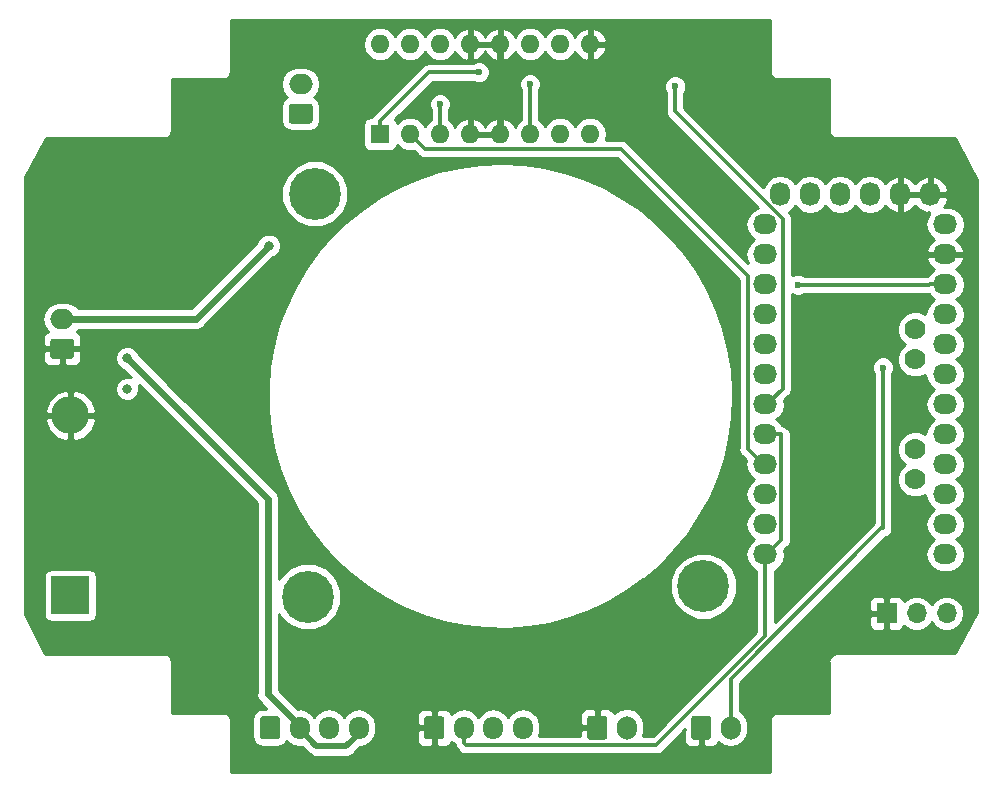
<source format=gbl>
G04 #@! TF.GenerationSoftware,KiCad,Pcbnew,5.0.2-bee76a0~70~ubuntu18.04.1*
G04 #@! TF.CreationDate,2019-05-07T17:56:58+05:30*
G04 #@! TF.ProjectId,motbox_with_promini,6d6f7462-6f78-45f7-9769-74685f70726f,rev?*
G04 #@! TF.SameCoordinates,Original*
G04 #@! TF.FileFunction,Copper,L2,Bot*
G04 #@! TF.FilePolarity,Positive*
%FSLAX46Y46*%
G04 Gerber Fmt 4.6, Leading zero omitted, Abs format (unit mm)*
G04 Created by KiCad (PCBNEW 5.0.2-bee76a0~70~ubuntu18.04.1) date Tue May  7 17:56:58 2019*
%MOMM*%
%LPD*%
G01*
G04 APERTURE LIST*
G04 #@! TA.AperFunction,ComponentPad*
%ADD10R,1.600000X1.600000*%
G04 #@! TD*
G04 #@! TA.AperFunction,ComponentPad*
%ADD11O,1.600000X1.600000*%
G04 #@! TD*
G04 #@! TA.AperFunction,ComponentPad*
%ADD12O,2.032000X1.727200*%
G04 #@! TD*
G04 #@! TA.AperFunction,ComponentPad*
%ADD13O,1.727200X2.032000*%
G04 #@! TD*
G04 #@! TA.AperFunction,ComponentPad*
%ADD14C,1.778000*%
G04 #@! TD*
G04 #@! TA.AperFunction,ComponentPad*
%ADD15O,1.700000X2.000000*%
G04 #@! TD*
G04 #@! TA.AperFunction,Conductor*
%ADD16C,0.100000*%
G04 #@! TD*
G04 #@! TA.AperFunction,ComponentPad*
%ADD17C,1.700000*%
G04 #@! TD*
G04 #@! TA.AperFunction,ComponentPad*
%ADD18R,3.200000X3.200000*%
G04 #@! TD*
G04 #@! TA.AperFunction,ComponentPad*
%ADD19O,3.200000X3.200000*%
G04 #@! TD*
G04 #@! TA.AperFunction,ComponentPad*
%ADD20O,2.000000X1.700000*%
G04 #@! TD*
G04 #@! TA.AperFunction,ComponentPad*
%ADD21R,1.700000X1.700000*%
G04 #@! TD*
G04 #@! TA.AperFunction,ComponentPad*
%ADD22O,1.700000X1.700000*%
G04 #@! TD*
G04 #@! TA.AperFunction,ComponentPad*
%ADD23O,1.700000X1.950000*%
G04 #@! TD*
G04 #@! TA.AperFunction,ComponentPad*
%ADD24C,4.400000*%
G04 #@! TD*
G04 #@! TA.AperFunction,ViaPad*
%ADD25C,0.600000*%
G04 #@! TD*
G04 #@! TA.AperFunction,ViaPad*
%ADD26C,0.800000*%
G04 #@! TD*
G04 #@! TA.AperFunction,Conductor*
%ADD27C,0.300000*%
G04 #@! TD*
G04 #@! TA.AperFunction,Conductor*
%ADD28C,0.600000*%
G04 #@! TD*
G04 #@! TA.AperFunction,Conductor*
%ADD29C,0.500000*%
G04 #@! TD*
G04 #@! TA.AperFunction,Conductor*
%ADD30C,0.254000*%
G04 #@! TD*
G04 APERTURE END LIST*
D10*
G04 #@! TO.P,U3,1*
G04 #@! TO.N,/2*
X128720000Y-43250000D03*
D11*
G04 #@! TO.P,U3,9*
G04 #@! TO.N,GND*
X146500000Y-35630000D03*
G04 #@! TO.P,U3,2*
G04 #@! TO.N,/6*
X131260000Y-43250000D03*
G04 #@! TO.P,U3,10*
G04 #@! TO.N,N/C*
X143960000Y-35630000D03*
G04 #@! TO.P,U3,3*
G04 #@! TO.N,Net-(J7-Pad1)*
X133800000Y-43250000D03*
G04 #@! TO.P,U3,11*
G04 #@! TO.N,N/C*
X141420000Y-35630000D03*
G04 #@! TO.P,U3,4*
G04 #@! TO.N,GND*
X136340000Y-43250000D03*
G04 #@! TO.P,U3,12*
X138880000Y-35630000D03*
G04 #@! TO.P,U3,5*
X138880000Y-43250000D03*
G04 #@! TO.P,U3,13*
X136340000Y-35630000D03*
G04 #@! TO.P,U3,6*
G04 #@! TO.N,Net-(J7-Pad2)*
X141420000Y-43250000D03*
G04 #@! TO.P,U3,14*
G04 #@! TO.N,N/C*
X133800000Y-35630000D03*
G04 #@! TO.P,U3,7*
G04 #@! TO.N,/3*
X143960000Y-43250000D03*
G04 #@! TO.P,U3,15*
G04 #@! TO.N,N/C*
X131260000Y-35630000D03*
G04 #@! TO.P,U3,8*
G04 #@! TO.N,+12V*
X146500000Y-43250000D03*
G04 #@! TO.P,U3,16*
G04 #@! TO.N,+5V*
X128720000Y-35630000D03*
G04 #@! TD*
D12*
G04 #@! TO.P,P1,1*
G04 #@! TO.N,/1(Tx)*
X161330000Y-50890000D03*
G04 #@! TO.P,P1,2*
G04 #@! TO.N,/0(Rx)*
X161330000Y-53430000D03*
G04 #@! TO.P,P1,3*
G04 #@! TO.N,/Reset*
X161330000Y-55970000D03*
G04 #@! TO.P,P1,4*
G04 #@! TO.N,GND*
X161330000Y-58510000D03*
G04 #@! TO.P,P1,5*
G04 #@! TO.N,/2*
X161330000Y-61050000D03*
G04 #@! TO.P,P1,6*
G04 #@! TO.N,/3*
X161330000Y-63590000D03*
G04 #@! TO.P,P1,7*
G04 #@! TO.N,/4*
X161330000Y-66130000D03*
G04 #@! TO.P,P1,8*
G04 #@! TO.N,/5*
X161330000Y-68670000D03*
G04 #@! TO.P,P1,9*
G04 #@! TO.N,/6*
X161330000Y-71210000D03*
G04 #@! TO.P,P1,10*
G04 #@! TO.N,/7*
X161330000Y-73750000D03*
G04 #@! TO.P,P1,11*
G04 #@! TO.N,/8*
X161330000Y-76290000D03*
G04 #@! TO.P,P1,12*
G04 #@! TO.N,/5*
X161330000Y-78830000D03*
G04 #@! TD*
D13*
G04 #@! TO.P,P3,1*
G04 #@! TO.N,N/C*
X162600000Y-48350000D03*
G04 #@! TO.P,P3,2*
G04 #@! TO.N,/1(Tx)*
X165140000Y-48350000D03*
G04 #@! TO.P,P3,3*
G04 #@! TO.N,/0(Rx)*
X167680000Y-48350000D03*
G04 #@! TO.P,P3,4*
G04 #@! TO.N,+5V*
X170220000Y-48350000D03*
G04 #@! TO.P,P3,5*
G04 #@! TO.N,GND*
X172760000Y-48350000D03*
G04 #@! TO.P,P3,6*
X175300000Y-48350000D03*
G04 #@! TD*
D14*
G04 #@! TO.P,P2,1*
G04 #@! TO.N,N/C*
X174030000Y-59780000D03*
G04 #@! TO.P,P2,2*
X174030000Y-62320000D03*
G04 #@! TD*
D12*
G04 #@! TO.P,P5,1*
G04 #@! TO.N,N/C*
X176570000Y-50890000D03*
G04 #@! TO.P,P5,2*
G04 #@! TO.N,GND*
X176570000Y-53430000D03*
G04 #@! TO.P,P5,3*
G04 #@! TO.N,/Reset*
X176570000Y-55970000D03*
G04 #@! TO.P,P5,4*
G04 #@! TO.N,+5V*
X176570000Y-58510000D03*
G04 #@! TO.P,P5,5*
G04 #@! TO.N,N/C*
X176570000Y-61050000D03*
G04 #@! TO.P,P5,6*
X176570000Y-63590000D03*
G04 #@! TO.P,P5,7*
X176570000Y-66130000D03*
G04 #@! TO.P,P5,8*
X176570000Y-68670000D03*
G04 #@! TO.P,P5,9*
G04 #@! TO.N,/13*
X176570000Y-71210000D03*
G04 #@! TO.P,P5,10*
G04 #@! TO.N,/12*
X176570000Y-73750000D03*
G04 #@! TO.P,P5,11*
G04 #@! TO.N,/11*
X176570000Y-76290000D03*
G04 #@! TO.P,P5,12*
G04 #@! TO.N,/10*
X176570000Y-78830000D03*
G04 #@! TD*
D14*
G04 #@! TO.P,P4,1*
G04 #@! TO.N,N/C*
X174030000Y-69940000D03*
G04 #@! TO.P,P4,2*
X174030000Y-72480000D03*
G04 #@! TD*
D15*
G04 #@! TO.P,J5,2*
G04 #@! TO.N,Net-(J5-Pad2)*
X158400000Y-93500000D03*
D16*
G04 #@! TD*
G04 #@! TO.N,GND*
G04 #@! TO.C,J5*
G36*
X156524504Y-92501204D02*
X156548773Y-92504804D01*
X156572571Y-92510765D01*
X156595671Y-92519030D01*
X156617849Y-92529520D01*
X156638893Y-92542133D01*
X156658598Y-92556747D01*
X156676777Y-92573223D01*
X156693253Y-92591402D01*
X156707867Y-92611107D01*
X156720480Y-92632151D01*
X156730970Y-92654329D01*
X156739235Y-92677429D01*
X156745196Y-92701227D01*
X156748796Y-92725496D01*
X156750000Y-92750000D01*
X156750000Y-94250000D01*
X156748796Y-94274504D01*
X156745196Y-94298773D01*
X156739235Y-94322571D01*
X156730970Y-94345671D01*
X156720480Y-94367849D01*
X156707867Y-94388893D01*
X156693253Y-94408598D01*
X156676777Y-94426777D01*
X156658598Y-94443253D01*
X156638893Y-94457867D01*
X156617849Y-94470480D01*
X156595671Y-94480970D01*
X156572571Y-94489235D01*
X156548773Y-94495196D01*
X156524504Y-94498796D01*
X156500000Y-94500000D01*
X155300000Y-94500000D01*
X155275496Y-94498796D01*
X155251227Y-94495196D01*
X155227429Y-94489235D01*
X155204329Y-94480970D01*
X155182151Y-94470480D01*
X155161107Y-94457867D01*
X155141402Y-94443253D01*
X155123223Y-94426777D01*
X155106747Y-94408598D01*
X155092133Y-94388893D01*
X155079520Y-94367849D01*
X155069030Y-94345671D01*
X155060765Y-94322571D01*
X155054804Y-94298773D01*
X155051204Y-94274504D01*
X155050000Y-94250000D01*
X155050000Y-92750000D01*
X155051204Y-92725496D01*
X155054804Y-92701227D01*
X155060765Y-92677429D01*
X155069030Y-92654329D01*
X155079520Y-92632151D01*
X155092133Y-92611107D01*
X155106747Y-92591402D01*
X155123223Y-92573223D01*
X155141402Y-92556747D01*
X155161107Y-92542133D01*
X155182151Y-92529520D01*
X155204329Y-92519030D01*
X155227429Y-92510765D01*
X155251227Y-92504804D01*
X155275496Y-92501204D01*
X155300000Y-92500000D01*
X156500000Y-92500000D01*
X156524504Y-92501204D01*
X156524504Y-92501204D01*
G37*
D17*
G04 #@! TO.P,J5,1*
G04 #@! TO.N,GND*
X155900000Y-93500000D03*
G04 #@! TD*
D18*
G04 #@! TO.P,D1,1*
G04 #@! TO.N,Net-(D1-Pad1)*
X102500000Y-82300000D03*
D19*
G04 #@! TO.P,D1,2*
G04 #@! TO.N,GND*
X102500000Y-67060000D03*
G04 #@! TD*
D16*
G04 #@! TO.N,GND*
G04 #@! TO.C,J1*
G36*
X102574504Y-60551204D02*
X102598773Y-60554804D01*
X102622571Y-60560765D01*
X102645671Y-60569030D01*
X102667849Y-60579520D01*
X102688893Y-60592133D01*
X102708598Y-60606747D01*
X102726777Y-60623223D01*
X102743253Y-60641402D01*
X102757867Y-60661107D01*
X102770480Y-60682151D01*
X102780970Y-60704329D01*
X102789235Y-60727429D01*
X102795196Y-60751227D01*
X102798796Y-60775496D01*
X102800000Y-60800000D01*
X102800000Y-62000000D01*
X102798796Y-62024504D01*
X102795196Y-62048773D01*
X102789235Y-62072571D01*
X102780970Y-62095671D01*
X102770480Y-62117849D01*
X102757867Y-62138893D01*
X102743253Y-62158598D01*
X102726777Y-62176777D01*
X102708598Y-62193253D01*
X102688893Y-62207867D01*
X102667849Y-62220480D01*
X102645671Y-62230970D01*
X102622571Y-62239235D01*
X102598773Y-62245196D01*
X102574504Y-62248796D01*
X102550000Y-62250000D01*
X101050000Y-62250000D01*
X101025496Y-62248796D01*
X101001227Y-62245196D01*
X100977429Y-62239235D01*
X100954329Y-62230970D01*
X100932151Y-62220480D01*
X100911107Y-62207867D01*
X100891402Y-62193253D01*
X100873223Y-62176777D01*
X100856747Y-62158598D01*
X100842133Y-62138893D01*
X100829520Y-62117849D01*
X100819030Y-62095671D01*
X100810765Y-62072571D01*
X100804804Y-62048773D01*
X100801204Y-62024504D01*
X100800000Y-62000000D01*
X100800000Y-60800000D01*
X100801204Y-60775496D01*
X100804804Y-60751227D01*
X100810765Y-60727429D01*
X100819030Y-60704329D01*
X100829520Y-60682151D01*
X100842133Y-60661107D01*
X100856747Y-60641402D01*
X100873223Y-60623223D01*
X100891402Y-60606747D01*
X100911107Y-60592133D01*
X100932151Y-60579520D01*
X100954329Y-60569030D01*
X100977429Y-60560765D01*
X101001227Y-60554804D01*
X101025496Y-60551204D01*
X101050000Y-60550000D01*
X102550000Y-60550000D01*
X102574504Y-60551204D01*
X102574504Y-60551204D01*
G37*
D17*
G04 #@! TD*
G04 #@! TO.P,J1,1*
G04 #@! TO.N,GND*
X101800000Y-61400000D03*
D20*
G04 #@! TO.P,J1,2*
G04 #@! TO.N,+12V*
X101800000Y-58900000D03*
G04 #@! TD*
D21*
G04 #@! TO.P,J2,1*
G04 #@! TO.N,GND*
X171600000Y-83800000D03*
D22*
G04 #@! TO.P,J2,2*
G04 #@! TO.N,/10*
X174140000Y-83800000D03*
G04 #@! TO.P,J2,3*
G04 #@! TO.N,+5V*
X176680000Y-83800000D03*
G04 #@! TD*
D16*
G04 #@! TO.N,GND*
G04 #@! TO.C,J3*
G36*
X147724504Y-92501204D02*
X147748773Y-92504804D01*
X147772571Y-92510765D01*
X147795671Y-92519030D01*
X147817849Y-92529520D01*
X147838893Y-92542133D01*
X147858598Y-92556747D01*
X147876777Y-92573223D01*
X147893253Y-92591402D01*
X147907867Y-92611107D01*
X147920480Y-92632151D01*
X147930970Y-92654329D01*
X147939235Y-92677429D01*
X147945196Y-92701227D01*
X147948796Y-92725496D01*
X147950000Y-92750000D01*
X147950000Y-94250000D01*
X147948796Y-94274504D01*
X147945196Y-94298773D01*
X147939235Y-94322571D01*
X147930970Y-94345671D01*
X147920480Y-94367849D01*
X147907867Y-94388893D01*
X147893253Y-94408598D01*
X147876777Y-94426777D01*
X147858598Y-94443253D01*
X147838893Y-94457867D01*
X147817849Y-94470480D01*
X147795671Y-94480970D01*
X147772571Y-94489235D01*
X147748773Y-94495196D01*
X147724504Y-94498796D01*
X147700000Y-94500000D01*
X146500000Y-94500000D01*
X146475496Y-94498796D01*
X146451227Y-94495196D01*
X146427429Y-94489235D01*
X146404329Y-94480970D01*
X146382151Y-94470480D01*
X146361107Y-94457867D01*
X146341402Y-94443253D01*
X146323223Y-94426777D01*
X146306747Y-94408598D01*
X146292133Y-94388893D01*
X146279520Y-94367849D01*
X146269030Y-94345671D01*
X146260765Y-94322571D01*
X146254804Y-94298773D01*
X146251204Y-94274504D01*
X146250000Y-94250000D01*
X146250000Y-92750000D01*
X146251204Y-92725496D01*
X146254804Y-92701227D01*
X146260765Y-92677429D01*
X146269030Y-92654329D01*
X146279520Y-92632151D01*
X146292133Y-92611107D01*
X146306747Y-92591402D01*
X146323223Y-92573223D01*
X146341402Y-92556747D01*
X146361107Y-92542133D01*
X146382151Y-92529520D01*
X146404329Y-92519030D01*
X146427429Y-92510765D01*
X146451227Y-92504804D01*
X146475496Y-92501204D01*
X146500000Y-92500000D01*
X147700000Y-92500000D01*
X147724504Y-92501204D01*
X147724504Y-92501204D01*
G37*
D17*
G04 #@! TD*
G04 #@! TO.P,J3,1*
G04 #@! TO.N,GND*
X147100000Y-93500000D03*
D15*
G04 #@! TO.P,J3,2*
G04 #@! TO.N,Net-(J3-Pad2)*
X149600000Y-93500000D03*
G04 #@! TD*
D23*
G04 #@! TO.P,J4,4*
G04 #@! TO.N,Net-(J4-Pad4)*
X140800000Y-93500000D03*
G04 #@! TO.P,J4,3*
G04 #@! TO.N,/13*
X138300000Y-93500000D03*
G04 #@! TO.P,J4,2*
G04 #@! TO.N,/5*
X135800000Y-93500000D03*
D16*
G04 #@! TD*
G04 #@! TO.N,GND*
G04 #@! TO.C,J4*
G36*
X133924504Y-92526204D02*
X133948773Y-92529804D01*
X133972571Y-92535765D01*
X133995671Y-92544030D01*
X134017849Y-92554520D01*
X134038893Y-92567133D01*
X134058598Y-92581747D01*
X134076777Y-92598223D01*
X134093253Y-92616402D01*
X134107867Y-92636107D01*
X134120480Y-92657151D01*
X134130970Y-92679329D01*
X134139235Y-92702429D01*
X134145196Y-92726227D01*
X134148796Y-92750496D01*
X134150000Y-92775000D01*
X134150000Y-94225000D01*
X134148796Y-94249504D01*
X134145196Y-94273773D01*
X134139235Y-94297571D01*
X134130970Y-94320671D01*
X134120480Y-94342849D01*
X134107867Y-94363893D01*
X134093253Y-94383598D01*
X134076777Y-94401777D01*
X134058598Y-94418253D01*
X134038893Y-94432867D01*
X134017849Y-94445480D01*
X133995671Y-94455970D01*
X133972571Y-94464235D01*
X133948773Y-94470196D01*
X133924504Y-94473796D01*
X133900000Y-94475000D01*
X132700000Y-94475000D01*
X132675496Y-94473796D01*
X132651227Y-94470196D01*
X132627429Y-94464235D01*
X132604329Y-94455970D01*
X132582151Y-94445480D01*
X132561107Y-94432867D01*
X132541402Y-94418253D01*
X132523223Y-94401777D01*
X132506747Y-94383598D01*
X132492133Y-94363893D01*
X132479520Y-94342849D01*
X132469030Y-94320671D01*
X132460765Y-94297571D01*
X132454804Y-94273773D01*
X132451204Y-94249504D01*
X132450000Y-94225000D01*
X132450000Y-92775000D01*
X132451204Y-92750496D01*
X132454804Y-92726227D01*
X132460765Y-92702429D01*
X132469030Y-92679329D01*
X132479520Y-92657151D01*
X132492133Y-92636107D01*
X132506747Y-92616402D01*
X132523223Y-92598223D01*
X132541402Y-92581747D01*
X132561107Y-92567133D01*
X132582151Y-92554520D01*
X132604329Y-92544030D01*
X132627429Y-92535765D01*
X132651227Y-92529804D01*
X132675496Y-92526204D01*
X132700000Y-92525000D01*
X133900000Y-92525000D01*
X133924504Y-92526204D01*
X133924504Y-92526204D01*
G37*
D17*
G04 #@! TO.P,J4,1*
G04 #@! TO.N,GND*
X133300000Y-93500000D03*
G04 #@! TD*
D23*
G04 #@! TO.P,J6,4*
G04 #@! TO.N,+5V*
X126900000Y-93500000D03*
G04 #@! TO.P,J6,3*
G04 #@! TO.N,/8*
X124400000Y-93500000D03*
G04 #@! TO.P,J6,2*
G04 #@! TO.N,+5V*
X121900000Y-93500000D03*
D16*
G04 #@! TD*
G04 #@! TO.N,/7*
G04 #@! TO.C,J6*
G36*
X120024504Y-92526204D02*
X120048773Y-92529804D01*
X120072571Y-92535765D01*
X120095671Y-92544030D01*
X120117849Y-92554520D01*
X120138893Y-92567133D01*
X120158598Y-92581747D01*
X120176777Y-92598223D01*
X120193253Y-92616402D01*
X120207867Y-92636107D01*
X120220480Y-92657151D01*
X120230970Y-92679329D01*
X120239235Y-92702429D01*
X120245196Y-92726227D01*
X120248796Y-92750496D01*
X120250000Y-92775000D01*
X120250000Y-94225000D01*
X120248796Y-94249504D01*
X120245196Y-94273773D01*
X120239235Y-94297571D01*
X120230970Y-94320671D01*
X120220480Y-94342849D01*
X120207867Y-94363893D01*
X120193253Y-94383598D01*
X120176777Y-94401777D01*
X120158598Y-94418253D01*
X120138893Y-94432867D01*
X120117849Y-94445480D01*
X120095671Y-94455970D01*
X120072571Y-94464235D01*
X120048773Y-94470196D01*
X120024504Y-94473796D01*
X120000000Y-94475000D01*
X118800000Y-94475000D01*
X118775496Y-94473796D01*
X118751227Y-94470196D01*
X118727429Y-94464235D01*
X118704329Y-94455970D01*
X118682151Y-94445480D01*
X118661107Y-94432867D01*
X118641402Y-94418253D01*
X118623223Y-94401777D01*
X118606747Y-94383598D01*
X118592133Y-94363893D01*
X118579520Y-94342849D01*
X118569030Y-94320671D01*
X118560765Y-94297571D01*
X118554804Y-94273773D01*
X118551204Y-94249504D01*
X118550000Y-94225000D01*
X118550000Y-92775000D01*
X118551204Y-92750496D01*
X118554804Y-92726227D01*
X118560765Y-92702429D01*
X118569030Y-92679329D01*
X118579520Y-92657151D01*
X118592133Y-92636107D01*
X118606747Y-92616402D01*
X118623223Y-92598223D01*
X118641402Y-92581747D01*
X118661107Y-92567133D01*
X118682151Y-92554520D01*
X118704329Y-92544030D01*
X118727429Y-92535765D01*
X118751227Y-92529804D01*
X118775496Y-92526204D01*
X118800000Y-92525000D01*
X120000000Y-92525000D01*
X120024504Y-92526204D01*
X120024504Y-92526204D01*
G37*
D17*
G04 #@! TO.P,J6,1*
G04 #@! TO.N,/7*
X119400000Y-93500000D03*
G04 #@! TD*
D20*
G04 #@! TO.P,J7,2*
G04 #@! TO.N,Net-(J7-Pad2)*
X122000000Y-39000000D03*
D16*
G04 #@! TD*
G04 #@! TO.N,Net-(J7-Pad1)*
G04 #@! TO.C,J7*
G36*
X122774504Y-40651204D02*
X122798773Y-40654804D01*
X122822571Y-40660765D01*
X122845671Y-40669030D01*
X122867849Y-40679520D01*
X122888893Y-40692133D01*
X122908598Y-40706747D01*
X122926777Y-40723223D01*
X122943253Y-40741402D01*
X122957867Y-40761107D01*
X122970480Y-40782151D01*
X122980970Y-40804329D01*
X122989235Y-40827429D01*
X122995196Y-40851227D01*
X122998796Y-40875496D01*
X123000000Y-40900000D01*
X123000000Y-42100000D01*
X122998796Y-42124504D01*
X122995196Y-42148773D01*
X122989235Y-42172571D01*
X122980970Y-42195671D01*
X122970480Y-42217849D01*
X122957867Y-42238893D01*
X122943253Y-42258598D01*
X122926777Y-42276777D01*
X122908598Y-42293253D01*
X122888893Y-42307867D01*
X122867849Y-42320480D01*
X122845671Y-42330970D01*
X122822571Y-42339235D01*
X122798773Y-42345196D01*
X122774504Y-42348796D01*
X122750000Y-42350000D01*
X121250000Y-42350000D01*
X121225496Y-42348796D01*
X121201227Y-42345196D01*
X121177429Y-42339235D01*
X121154329Y-42330970D01*
X121132151Y-42320480D01*
X121111107Y-42307867D01*
X121091402Y-42293253D01*
X121073223Y-42276777D01*
X121056747Y-42258598D01*
X121042133Y-42238893D01*
X121029520Y-42217849D01*
X121019030Y-42195671D01*
X121010765Y-42172571D01*
X121004804Y-42148773D01*
X121001204Y-42124504D01*
X121000000Y-42100000D01*
X121000000Y-40900000D01*
X121001204Y-40875496D01*
X121004804Y-40851227D01*
X121010765Y-40827429D01*
X121019030Y-40804329D01*
X121029520Y-40782151D01*
X121042133Y-40761107D01*
X121056747Y-40741402D01*
X121073223Y-40723223D01*
X121091402Y-40706747D01*
X121111107Y-40692133D01*
X121132151Y-40679520D01*
X121154329Y-40669030D01*
X121177429Y-40660765D01*
X121201227Y-40654804D01*
X121225496Y-40651204D01*
X121250000Y-40650000D01*
X122750000Y-40650000D01*
X122774504Y-40651204D01*
X122774504Y-40651204D01*
G37*
D17*
G04 #@! TO.P,J7,1*
G04 #@! TO.N,Net-(J7-Pad1)*
X122000000Y-41500000D03*
G04 #@! TD*
D24*
G04 #@! TO.P,REF\002A\002A,1*
G04 #@! TO.N,N/C*
X123200000Y-48300000D03*
G04 #@! TD*
G04 #@! TO.P,REF\002A\002A,1*
G04 #@! TO.N,N/C*
X122600000Y-82400000D03*
G04 #@! TD*
G04 #@! TO.P,REF\002A\002A,1*
G04 #@! TO.N,N/C*
X156100000Y-81500000D03*
G04 #@! TD*
D25*
G04 #@! TO.N,/Reset*
X164100000Y-56000000D03*
G04 #@! TO.N,GND*
X114900000Y-81200000D03*
X111900000Y-81100000D03*
X108800000Y-81100000D03*
X114900000Y-78800000D03*
X111900000Y-78700000D03*
X108800000Y-78700000D03*
X114900000Y-76200000D03*
X111800000Y-76200000D03*
X108800000Y-76200000D03*
X128000000Y-46100000D03*
X118500000Y-43300000D03*
X155500000Y-44600000D03*
X161500000Y-44600000D03*
X160300000Y-34800000D03*
D26*
X153600000Y-44600000D03*
D25*
X165600000Y-58500000D03*
X129000000Y-87600000D03*
X134200000Y-87600000D03*
X167400000Y-63500000D03*
X167400000Y-69400000D03*
X113700000Y-41200000D03*
X158300000Y-48300000D03*
X165400000Y-39300000D03*
X138880000Y-40200000D03*
X126000000Y-37600000D03*
X174200000Y-45100000D03*
X173000000Y-52200000D03*
G04 #@! TO.N,/2*
X137100000Y-38000000D03*
G04 #@! TO.N,/4*
X153700000Y-39200000D03*
D26*
G04 #@! TO.N,+5V*
X107300000Y-62200000D03*
X107300000Y-64819998D03*
G04 #@! TO.N,+12V*
X119300000Y-52700000D03*
D25*
G04 #@! TO.N,Net-(J5-Pad2)*
X171300000Y-63000000D03*
G04 #@! TO.N,Net-(J7-Pad2)*
X141400000Y-39000000D03*
G04 #@! TO.N,Net-(J7-Pad1)*
X133800000Y-40700000D03*
G04 #@! TD*
D27*
G04 #@! TO.N,/Reset*
X175254000Y-55970000D02*
X175224000Y-56000000D01*
X176570000Y-55970000D02*
X175254000Y-55970000D01*
X175224000Y-56000000D02*
X164100000Y-56000000D01*
D28*
G04 #@! TO.N,GND*
X138880000Y-43250000D02*
X138880000Y-40200000D01*
X138880000Y-40200000D02*
X138880000Y-35630000D01*
D27*
G04 #@! TO.N,/2*
X136675736Y-38000000D02*
X137100000Y-38000000D01*
X128720000Y-43250000D02*
X128720000Y-42150000D01*
X132870000Y-38000000D02*
X136675736Y-38000000D01*
X128720000Y-42150000D02*
X132870000Y-38000000D01*
G04 #@! TO.N,/4*
X162796010Y-64816390D02*
X161482400Y-66130000D01*
X162796010Y-50414713D02*
X162796010Y-64816390D01*
X161482400Y-66130000D02*
X161330000Y-66130000D01*
X153700000Y-41318703D02*
X162796010Y-50414713D01*
X153700000Y-39200000D02*
X153700000Y-41318703D01*
D28*
G04 #@! TO.N,+5V*
X107300000Y-62200000D02*
X119200000Y-74100000D01*
D29*
X121900000Y-93625000D02*
X123325010Y-95050010D01*
X121900000Y-93500000D02*
X121900000Y-93625000D01*
X126900000Y-93500000D02*
X126900000Y-94000000D01*
X125849990Y-95050010D02*
X125500000Y-95050010D01*
X123325010Y-95050010D02*
X125500000Y-95050010D01*
X126900000Y-94000000D02*
X125849990Y-95050010D01*
D28*
X121900000Y-93375000D02*
X121900000Y-93500000D01*
X119200000Y-90675000D02*
X121900000Y-93375000D01*
X119200000Y-74100000D02*
X119200000Y-90675000D01*
G04 #@! TO.N,+12V*
X119150000Y-52850000D02*
X119300000Y-52700000D01*
X113100000Y-58900000D02*
X119300000Y-52700000D01*
X101800000Y-58900000D02*
X113100000Y-58900000D01*
D27*
G04 #@! TO.N,Net-(J5-Pad2)*
X158400000Y-93350000D02*
X158400000Y-93500000D01*
X171300000Y-63424264D02*
X171300000Y-63000000D01*
X171300000Y-76600000D02*
X171300000Y-75300000D01*
X171300000Y-75600000D02*
X171300000Y-75300000D01*
X171300000Y-75300000D02*
X171300000Y-63424264D01*
X158400000Y-89367154D02*
X158400000Y-92200000D01*
X158400000Y-92200000D02*
X158400000Y-93500000D01*
X171167154Y-76600000D02*
X158400000Y-89367154D01*
X171300000Y-76600000D02*
X171167154Y-76600000D01*
G04 #@! TO.N,/6*
X161177600Y-71210000D02*
X161330000Y-71210000D01*
X159863990Y-69896390D02*
X161177600Y-71210000D01*
X149100001Y-44500001D02*
X159863990Y-55263990D01*
X159863990Y-55263990D02*
X159863990Y-69896390D01*
X132510001Y-44500001D02*
X149100001Y-44500001D01*
X131260000Y-43250000D02*
X132510001Y-44500001D01*
G04 #@! TO.N,Net-(J7-Pad2)*
X141400000Y-43230000D02*
X141420000Y-43250000D01*
X141400000Y-39000000D02*
X141400000Y-43230000D01*
G04 #@! TO.N,Net-(J7-Pad1)*
X133800000Y-40700000D02*
X133800000Y-43250000D01*
G04 #@! TO.N,/10*
X176417600Y-78830000D02*
X176570000Y-78830000D01*
X176570000Y-78830000D02*
X176410000Y-78830000D01*
G04 #@! TO.N,/5*
X135800000Y-93375000D02*
X135800000Y-93500000D01*
X161482400Y-78830000D02*
X161330000Y-78830000D01*
X162696010Y-68720010D02*
X162696010Y-77616390D01*
X162646000Y-68670000D02*
X162696010Y-68720010D01*
X161330000Y-68670000D02*
X162646000Y-68670000D01*
X135800000Y-94775000D02*
X135800000Y-93500000D01*
X152110024Y-94950010D02*
X135975010Y-94950010D01*
X135975010Y-94950010D02*
X135800000Y-94775000D01*
X162696010Y-77616390D02*
X161482400Y-78830000D01*
X161330000Y-85730034D02*
X161330000Y-78830000D01*
X152110024Y-94950010D02*
X161330000Y-85730034D01*
G04 #@! TD*
D30*
G04 #@! TO.N,GND*
G36*
X161715001Y-37832533D02*
X161701581Y-37900000D01*
X161754745Y-38167273D01*
X161906143Y-38393857D01*
X162132727Y-38545255D01*
X162332538Y-38585000D01*
X162332539Y-38585000D01*
X162400000Y-38598419D01*
X162467462Y-38585000D01*
X166715000Y-38585000D01*
X166715001Y-41732534D01*
X166715000Y-41732539D01*
X166715000Y-42832538D01*
X166701581Y-42900000D01*
X166754745Y-43167273D01*
X166906143Y-43393857D01*
X167132727Y-43545255D01*
X167332538Y-43585000D01*
X167332539Y-43585000D01*
X167400000Y-43598419D01*
X167467462Y-43585000D01*
X177381229Y-43585000D01*
X179215001Y-47165223D01*
X179215000Y-83731117D01*
X177399087Y-87190000D01*
X167469925Y-87190000D01*
X167400000Y-87176091D01*
X167330074Y-87190000D01*
X167122972Y-87231195D01*
X166888119Y-87388119D01*
X166731195Y-87622972D01*
X166676091Y-87900000D01*
X166690000Y-87969926D01*
X166690001Y-92215000D01*
X162467461Y-92215000D01*
X162400000Y-92201581D01*
X162332538Y-92215000D01*
X162132727Y-92254745D01*
X161906143Y-92406143D01*
X161754745Y-92632727D01*
X161701581Y-92900000D01*
X161715000Y-92967462D01*
X161715001Y-97215000D01*
X116085000Y-97215000D01*
X116085000Y-92967462D01*
X116098419Y-92900000D01*
X116075355Y-92784047D01*
X116045255Y-92632727D01*
X116006430Y-92574621D01*
X115893857Y-92406143D01*
X115667273Y-92254745D01*
X115467462Y-92215000D01*
X115467461Y-92215000D01*
X115400000Y-92201581D01*
X115332538Y-92215000D01*
X111085000Y-92215000D01*
X111085000Y-87967462D01*
X111098419Y-87900000D01*
X111045255Y-87632727D01*
X110893857Y-87406143D01*
X110667273Y-87254745D01*
X110467462Y-87215000D01*
X110467461Y-87215000D01*
X110400000Y-87201581D01*
X110332538Y-87215000D01*
X100328248Y-87215000D01*
X98685000Y-83842019D01*
X98685000Y-80700000D01*
X100252560Y-80700000D01*
X100252560Y-83900000D01*
X100301843Y-84147765D01*
X100442191Y-84357809D01*
X100652235Y-84498157D01*
X100900000Y-84547440D01*
X104100000Y-84547440D01*
X104347765Y-84498157D01*
X104557809Y-84357809D01*
X104698157Y-84147765D01*
X104747440Y-83900000D01*
X104747440Y-80700000D01*
X104698157Y-80452235D01*
X104557809Y-80242191D01*
X104347765Y-80101843D01*
X104100000Y-80052560D01*
X100900000Y-80052560D01*
X100652235Y-80101843D01*
X100442191Y-80242191D01*
X100301843Y-80452235D01*
X100252560Y-80700000D01*
X98685000Y-80700000D01*
X98685000Y-67534504D01*
X100315944Y-67534504D01*
X100663780Y-68334187D01*
X101291164Y-68939886D01*
X102025497Y-69244050D01*
X102373000Y-69132362D01*
X102373000Y-67187000D01*
X102627000Y-67187000D01*
X102627000Y-69132362D01*
X102974503Y-69244050D01*
X103708836Y-68939886D01*
X104336220Y-68334187D01*
X104684056Y-67534504D01*
X104572645Y-67187000D01*
X102627000Y-67187000D01*
X102373000Y-67187000D01*
X100427355Y-67187000D01*
X100315944Y-67534504D01*
X98685000Y-67534504D01*
X98685000Y-66585496D01*
X100315944Y-66585496D01*
X100427355Y-66933000D01*
X102373000Y-66933000D01*
X102373000Y-64987638D01*
X102627000Y-64987638D01*
X102627000Y-66933000D01*
X104572645Y-66933000D01*
X104684056Y-66585496D01*
X104336220Y-65785813D01*
X103708836Y-65180114D01*
X102974503Y-64875950D01*
X102627000Y-64987638D01*
X102373000Y-64987638D01*
X102025497Y-64875950D01*
X101291164Y-65180114D01*
X100663780Y-65785813D01*
X100315944Y-66585496D01*
X98685000Y-66585496D01*
X98685000Y-61685750D01*
X100165000Y-61685750D01*
X100165000Y-62376309D01*
X100261673Y-62609698D01*
X100440301Y-62788327D01*
X100673690Y-62885000D01*
X101514250Y-62885000D01*
X101673000Y-62726250D01*
X101673000Y-61527000D01*
X101927000Y-61527000D01*
X101927000Y-62726250D01*
X102085750Y-62885000D01*
X102926310Y-62885000D01*
X103159699Y-62788327D01*
X103338327Y-62609698D01*
X103435000Y-62376309D01*
X103435000Y-61994126D01*
X106265000Y-61994126D01*
X106265000Y-62405874D01*
X106422569Y-62786280D01*
X106713720Y-63077431D01*
X106955142Y-63177431D01*
X107602897Y-63825186D01*
X107505874Y-63784998D01*
X107094126Y-63784998D01*
X106713720Y-63942567D01*
X106422569Y-64233718D01*
X106265000Y-64614124D01*
X106265000Y-65025872D01*
X106422569Y-65406278D01*
X106713720Y-65697429D01*
X107094126Y-65854998D01*
X107505874Y-65854998D01*
X107886280Y-65697429D01*
X108177431Y-65406278D01*
X108335000Y-65025872D01*
X108335000Y-64614124D01*
X108294812Y-64517101D01*
X118265000Y-74487290D01*
X118265001Y-90582909D01*
X118246683Y-90675000D01*
X118319250Y-91039818D01*
X118319251Y-91039819D01*
X118525904Y-91349097D01*
X118603970Y-91401259D01*
X119080271Y-91877560D01*
X118800000Y-91877560D01*
X118456565Y-91945874D01*
X118165414Y-92140414D01*
X117970874Y-92431565D01*
X117902560Y-92775000D01*
X117902560Y-94225000D01*
X117970874Y-94568435D01*
X118165414Y-94859586D01*
X118456565Y-95054126D01*
X118800000Y-95122440D01*
X120000000Y-95122440D01*
X120343435Y-95054126D01*
X120634586Y-94859586D01*
X120786758Y-94631844D01*
X120829375Y-94695625D01*
X121320583Y-95023839D01*
X121900000Y-95139092D01*
X122118960Y-95095538D01*
X122637587Y-95614166D01*
X122686961Y-95688059D01*
X122760854Y-95737433D01*
X122760855Y-95737434D01*
X122780242Y-95750388D01*
X122979700Y-95883662D01*
X123237845Y-95935010D01*
X123237849Y-95935010D01*
X123325009Y-95952347D01*
X123412169Y-95935010D01*
X125762829Y-95935010D01*
X125849990Y-95952347D01*
X125937151Y-95935010D01*
X125937155Y-95935010D01*
X126195300Y-95883662D01*
X126488039Y-95688059D01*
X126537415Y-95614163D01*
X127040417Y-95111161D01*
X127479418Y-95023839D01*
X127970625Y-94695625D01*
X128298839Y-94204417D01*
X128382116Y-93785750D01*
X131815000Y-93785750D01*
X131815000Y-94601310D01*
X131911673Y-94834699D01*
X132090302Y-95013327D01*
X132323691Y-95110000D01*
X133014250Y-95110000D01*
X133173000Y-94951250D01*
X133173000Y-93627000D01*
X131973750Y-93627000D01*
X131815000Y-93785750D01*
X128382116Y-93785750D01*
X128385000Y-93771255D01*
X128385000Y-93228744D01*
X128298839Y-92795582D01*
X128033645Y-92398690D01*
X131815000Y-92398690D01*
X131815000Y-93214250D01*
X131973750Y-93373000D01*
X133173000Y-93373000D01*
X133173000Y-92048750D01*
X133014250Y-91890000D01*
X132323691Y-91890000D01*
X132090302Y-91986673D01*
X131911673Y-92165301D01*
X131815000Y-92398690D01*
X128033645Y-92398690D01*
X127970625Y-92304375D01*
X127479417Y-91976161D01*
X126900000Y-91860908D01*
X126320582Y-91976161D01*
X125829375Y-92304375D01*
X125650000Y-92572829D01*
X125470625Y-92304375D01*
X124979417Y-91976161D01*
X124400000Y-91860908D01*
X123820582Y-91976161D01*
X123329375Y-92304375D01*
X123150000Y-92572829D01*
X122970625Y-92304375D01*
X122479417Y-91976161D01*
X121900000Y-91860908D01*
X121740019Y-91892730D01*
X120135000Y-90287711D01*
X120135000Y-83857176D01*
X120196603Y-84005899D01*
X120994101Y-84803397D01*
X122036083Y-85235000D01*
X123163917Y-85235000D01*
X124205899Y-84803397D01*
X125003397Y-84005899D01*
X125435000Y-82963917D01*
X125435000Y-81836083D01*
X125003397Y-80794101D01*
X124205899Y-79996603D01*
X123163917Y-79565000D01*
X122036083Y-79565000D01*
X120994101Y-79996603D01*
X120196603Y-80794101D01*
X120135000Y-80942824D01*
X120135000Y-74192081D01*
X120153316Y-74099999D01*
X120135000Y-74007915D01*
X120135000Y-74007914D01*
X120080750Y-73735181D01*
X119874097Y-73425903D01*
X119796031Y-73373741D01*
X111134586Y-64712296D01*
X119206741Y-64712296D01*
X119225462Y-66499977D01*
X119406129Y-68278604D01*
X119747253Y-70033537D01*
X120246027Y-71750330D01*
X120898346Y-73414853D01*
X121698841Y-75013403D01*
X122640922Y-76532823D01*
X123716834Y-77960607D01*
X124917722Y-79285002D01*
X126233701Y-80495107D01*
X127653939Y-81580961D01*
X129166746Y-82533626D01*
X130759669Y-83345261D01*
X132419596Y-84009185D01*
X134132865Y-84519932D01*
X135885374Y-84873300D01*
X137662696Y-85066379D01*
X139450203Y-85097580D01*
X141233181Y-84966646D01*
X142996955Y-84674656D01*
X144727005Y-84224011D01*
X146409092Y-83618423D01*
X148029370Y-82862875D01*
X149574503Y-81963586D01*
X151020339Y-80936083D01*
X153265000Y-80936083D01*
X153265000Y-82063917D01*
X153696603Y-83105899D01*
X154494101Y-83903397D01*
X155536083Y-84335000D01*
X156663917Y-84335000D01*
X157705899Y-83903397D01*
X158503397Y-83105899D01*
X158935000Y-82063917D01*
X158935000Y-80936083D01*
X158503397Y-79894101D01*
X157705899Y-79096603D01*
X156663917Y-78665000D01*
X155536083Y-78665000D01*
X154494101Y-79096603D01*
X153696603Y-79894101D01*
X153265000Y-80936083D01*
X151020339Y-80936083D01*
X151031771Y-80927959D01*
X152389181Y-79764519D01*
X153635558Y-78482841D01*
X154760644Y-77093475D01*
X155755178Y-75607858D01*
X156610973Y-74038219D01*
X157320986Y-72397476D01*
X157879372Y-70699136D01*
X158281535Y-68957177D01*
X158524164Y-67185939D01*
X158605263Y-65400000D01*
X158600941Y-64987324D01*
X158482458Y-63203475D01*
X158202788Y-61437707D01*
X157764232Y-59704552D01*
X157170402Y-58018279D01*
X156426184Y-56392765D01*
X155537704Y-54841392D01*
X154512276Y-53376929D01*
X153358340Y-52011430D01*
X152085395Y-50756136D01*
X150703918Y-49621378D01*
X149225280Y-48616497D01*
X147661653Y-47749764D01*
X146025907Y-47028314D01*
X144331507Y-46458085D01*
X142592398Y-46043771D01*
X140822897Y-45788782D01*
X139037568Y-45695217D01*
X137251106Y-45763846D01*
X135478217Y-45994104D01*
X133733493Y-46384096D01*
X132031296Y-46930612D01*
X130385637Y-47629153D01*
X128810061Y-48473969D01*
X127317537Y-49458107D01*
X125920351Y-50573466D01*
X124630003Y-51810866D01*
X123457114Y-53160120D01*
X122411339Y-54610123D01*
X121501285Y-56148939D01*
X120734444Y-57763903D01*
X120117127Y-59441722D01*
X119654416Y-61168584D01*
X119350119Y-62930276D01*
X119206741Y-64712296D01*
X111134586Y-64712296D01*
X108277431Y-61855142D01*
X108177431Y-61613720D01*
X107886280Y-61322569D01*
X107505874Y-61165000D01*
X107094126Y-61165000D01*
X106713720Y-61322569D01*
X106422569Y-61613720D01*
X106265000Y-61994126D01*
X103435000Y-61994126D01*
X103435000Y-61685750D01*
X103276250Y-61527000D01*
X101927000Y-61527000D01*
X101673000Y-61527000D01*
X100323750Y-61527000D01*
X100165000Y-61685750D01*
X98685000Y-61685750D01*
X98685000Y-58900000D01*
X100135908Y-58900000D01*
X100251161Y-59479418D01*
X100570709Y-59957656D01*
X100440301Y-60011673D01*
X100261673Y-60190302D01*
X100165000Y-60423691D01*
X100165000Y-61114250D01*
X100323750Y-61273000D01*
X101673000Y-61273000D01*
X101673000Y-61253000D01*
X101927000Y-61253000D01*
X101927000Y-61273000D01*
X103276250Y-61273000D01*
X103435000Y-61114250D01*
X103435000Y-60423691D01*
X103338327Y-60190302D01*
X103159699Y-60011673D01*
X103029291Y-59957656D01*
X103111247Y-59835000D01*
X113007914Y-59835000D01*
X113100000Y-59853317D01*
X113192086Y-59835000D01*
X113464819Y-59780750D01*
X113774097Y-59574097D01*
X113826261Y-59496028D01*
X119644860Y-53677430D01*
X119886280Y-53577431D01*
X120177431Y-53286280D01*
X120335000Y-52905874D01*
X120335000Y-52494126D01*
X120177431Y-52113720D01*
X119886280Y-51822569D01*
X119505874Y-51665000D01*
X119094126Y-51665000D01*
X118713720Y-51822569D01*
X118422569Y-52113720D01*
X118322570Y-52355140D01*
X112712711Y-57965000D01*
X103111247Y-57965000D01*
X103020625Y-57829375D01*
X102529418Y-57501161D01*
X102096256Y-57415000D01*
X101503744Y-57415000D01*
X101070582Y-57501161D01*
X100579375Y-57829375D01*
X100251161Y-58320582D01*
X100135908Y-58900000D01*
X98685000Y-58900000D01*
X98685000Y-47736083D01*
X120365000Y-47736083D01*
X120365000Y-48863917D01*
X120796603Y-49905899D01*
X121594101Y-50703397D01*
X122636083Y-51135000D01*
X123763917Y-51135000D01*
X124805899Y-50703397D01*
X125603397Y-49905899D01*
X126035000Y-48863917D01*
X126035000Y-47736083D01*
X125603397Y-46694101D01*
X124805899Y-45896603D01*
X123763917Y-45465000D01*
X122636083Y-45465000D01*
X121594101Y-45896603D01*
X120796603Y-46694101D01*
X120365000Y-47736083D01*
X98685000Y-47736083D01*
X98685000Y-46869255D01*
X100413557Y-43585000D01*
X110332539Y-43585000D01*
X110400000Y-43598419D01*
X110667273Y-43545255D01*
X110893857Y-43393857D01*
X111045255Y-43167273D01*
X111085000Y-42967462D01*
X111085000Y-42967461D01*
X111098419Y-42900000D01*
X111085000Y-42832538D01*
X111085000Y-39000000D01*
X120335908Y-39000000D01*
X120451161Y-39579418D01*
X120779375Y-40070625D01*
X120843156Y-40113242D01*
X120615414Y-40265414D01*
X120420874Y-40556565D01*
X120352560Y-40900000D01*
X120352560Y-42100000D01*
X120420874Y-42443435D01*
X120615414Y-42734586D01*
X120906565Y-42929126D01*
X121250000Y-42997440D01*
X122750000Y-42997440D01*
X123093435Y-42929126D01*
X123384586Y-42734586D01*
X123574739Y-42450000D01*
X127272560Y-42450000D01*
X127272560Y-44050000D01*
X127321843Y-44297765D01*
X127462191Y-44507809D01*
X127672235Y-44648157D01*
X127920000Y-44697440D01*
X129520000Y-44697440D01*
X129767765Y-44648157D01*
X129977809Y-44507809D01*
X130118157Y-44297765D01*
X130144785Y-44163894D01*
X130225423Y-44284577D01*
X130700091Y-44601740D01*
X131118667Y-44685000D01*
X131401333Y-44685000D01*
X131554396Y-44654554D01*
X131900254Y-45000412D01*
X131944048Y-45065954D01*
X132009590Y-45109748D01*
X132009592Y-45109750D01*
X132136747Y-45194712D01*
X132203709Y-45239455D01*
X132432685Y-45285001D01*
X132432689Y-45285001D01*
X132510000Y-45300379D01*
X132587311Y-45285001D01*
X148774844Y-45285001D01*
X159078990Y-55589148D01*
X159078991Y-69819073D01*
X159063612Y-69896390D01*
X159124536Y-70202681D01*
X159254241Y-70396798D01*
X159254244Y-70396801D01*
X159298038Y-70462343D01*
X159363580Y-70506137D01*
X159718959Y-70861516D01*
X159649641Y-71210000D01*
X159765950Y-71794725D01*
X160097170Y-72290430D01*
X160380881Y-72480000D01*
X160097170Y-72669570D01*
X159765950Y-73165275D01*
X159649641Y-73750000D01*
X159765950Y-74334725D01*
X160097170Y-74830430D01*
X160380881Y-75020000D01*
X160097170Y-75209570D01*
X159765950Y-75705275D01*
X159649641Y-76290000D01*
X159765950Y-76874725D01*
X160097170Y-77370430D01*
X160380881Y-77560000D01*
X160097170Y-77749570D01*
X159765950Y-78245275D01*
X159649641Y-78830000D01*
X159765950Y-79414725D01*
X160097170Y-79910430D01*
X160545001Y-80209661D01*
X160545000Y-85404876D01*
X151784867Y-94165010D01*
X151011650Y-94165010D01*
X151085000Y-93796255D01*
X151085000Y-93203744D01*
X150998839Y-92770582D01*
X150670625Y-92279375D01*
X150179417Y-91951161D01*
X149600000Y-91835908D01*
X149020582Y-91951161D01*
X148542344Y-92270709D01*
X148488327Y-92140301D01*
X148309698Y-91961673D01*
X148076309Y-91865000D01*
X147385750Y-91865000D01*
X147227000Y-92023750D01*
X147227000Y-93373000D01*
X147247000Y-93373000D01*
X147247000Y-93627000D01*
X147227000Y-93627000D01*
X147227000Y-93647000D01*
X146973000Y-93647000D01*
X146973000Y-93627000D01*
X145773750Y-93627000D01*
X145615000Y-93785750D01*
X145615000Y-94165010D01*
X142206678Y-94165010D01*
X142285000Y-93771255D01*
X142285000Y-93228744D01*
X142198839Y-92795582D01*
X141916940Y-92373690D01*
X145615000Y-92373690D01*
X145615000Y-93214250D01*
X145773750Y-93373000D01*
X146973000Y-93373000D01*
X146973000Y-92023750D01*
X146814250Y-91865000D01*
X146123691Y-91865000D01*
X145890302Y-91961673D01*
X145711673Y-92140301D01*
X145615000Y-92373690D01*
X141916940Y-92373690D01*
X141870625Y-92304375D01*
X141379417Y-91976161D01*
X140800000Y-91860908D01*
X140220582Y-91976161D01*
X139729375Y-92304375D01*
X139550000Y-92572829D01*
X139370625Y-92304375D01*
X138879417Y-91976161D01*
X138300000Y-91860908D01*
X137720582Y-91976161D01*
X137229375Y-92304375D01*
X137050000Y-92572829D01*
X136870625Y-92304375D01*
X136379417Y-91976161D01*
X135800000Y-91860908D01*
X135220582Y-91976161D01*
X134742344Y-92295709D01*
X134688327Y-92165301D01*
X134509698Y-91986673D01*
X134276309Y-91890000D01*
X133585750Y-91890000D01*
X133427000Y-92048750D01*
X133427000Y-93373000D01*
X133447000Y-93373000D01*
X133447000Y-93627000D01*
X133427000Y-93627000D01*
X133427000Y-94951250D01*
X133585750Y-95110000D01*
X134276309Y-95110000D01*
X134509698Y-95013327D01*
X134688327Y-94834699D01*
X134742344Y-94704291D01*
X135022836Y-94891709D01*
X135060546Y-95081291D01*
X135234047Y-95340953D01*
X135299593Y-95384750D01*
X135365260Y-95450416D01*
X135409057Y-95515963D01*
X135668718Y-95689464D01*
X135897694Y-95735010D01*
X135897698Y-95735010D01*
X135975010Y-95750388D01*
X136052322Y-95735010D01*
X152032712Y-95735010D01*
X152110024Y-95750388D01*
X152187336Y-95735010D01*
X152187340Y-95735010D01*
X152416316Y-95689464D01*
X152675977Y-95515963D01*
X152719773Y-95450418D01*
X154543189Y-93627002D01*
X154573748Y-93627002D01*
X154415000Y-93785750D01*
X154415000Y-94626310D01*
X154511673Y-94859699D01*
X154690302Y-95038327D01*
X154923691Y-95135000D01*
X155614250Y-95135000D01*
X155773000Y-94976250D01*
X155773000Y-93627000D01*
X155753000Y-93627000D01*
X155753000Y-93373000D01*
X155773000Y-93373000D01*
X155773000Y-93353000D01*
X156027000Y-93353000D01*
X156027000Y-93373000D01*
X156047000Y-93373000D01*
X156047000Y-93627000D01*
X156027000Y-93627000D01*
X156027000Y-94976250D01*
X156185750Y-95135000D01*
X156876309Y-95135000D01*
X157109698Y-95038327D01*
X157288327Y-94859699D01*
X157342344Y-94729291D01*
X157820583Y-95048839D01*
X158400000Y-95164092D01*
X158979418Y-95048839D01*
X159470625Y-94720625D01*
X159798839Y-94229417D01*
X159885000Y-93796255D01*
X159885000Y-93203744D01*
X159798839Y-92770582D01*
X159470625Y-92279375D01*
X159185000Y-92088527D01*
X159185000Y-89692311D01*
X164791561Y-84085750D01*
X170115000Y-84085750D01*
X170115000Y-84776309D01*
X170211673Y-85009698D01*
X170390301Y-85188327D01*
X170623690Y-85285000D01*
X171314250Y-85285000D01*
X171473000Y-85126250D01*
X171473000Y-83927000D01*
X170273750Y-83927000D01*
X170115000Y-84085750D01*
X164791561Y-84085750D01*
X166053620Y-82823691D01*
X170115000Y-82823691D01*
X170115000Y-83514250D01*
X170273750Y-83673000D01*
X171473000Y-83673000D01*
X171473000Y-82473750D01*
X171727000Y-82473750D01*
X171727000Y-83673000D01*
X171747000Y-83673000D01*
X171747000Y-83927000D01*
X171727000Y-83927000D01*
X171727000Y-85126250D01*
X171885750Y-85285000D01*
X172576310Y-85285000D01*
X172809699Y-85188327D01*
X172988327Y-85009698D01*
X173054904Y-84848967D01*
X173069375Y-84870625D01*
X173560582Y-85198839D01*
X173993744Y-85285000D01*
X174286256Y-85285000D01*
X174719418Y-85198839D01*
X175210625Y-84870625D01*
X175410000Y-84572239D01*
X175609375Y-84870625D01*
X176100582Y-85198839D01*
X176533744Y-85285000D01*
X176826256Y-85285000D01*
X177259418Y-85198839D01*
X177750625Y-84870625D01*
X178078839Y-84379418D01*
X178194092Y-83800000D01*
X178078839Y-83220582D01*
X177750625Y-82729375D01*
X177259418Y-82401161D01*
X176826256Y-82315000D01*
X176533744Y-82315000D01*
X176100582Y-82401161D01*
X175609375Y-82729375D01*
X175410000Y-83027761D01*
X175210625Y-82729375D01*
X174719418Y-82401161D01*
X174286256Y-82315000D01*
X173993744Y-82315000D01*
X173560582Y-82401161D01*
X173069375Y-82729375D01*
X173054904Y-82751033D01*
X172988327Y-82590302D01*
X172809699Y-82411673D01*
X172576310Y-82315000D01*
X171885750Y-82315000D01*
X171727000Y-82473750D01*
X171473000Y-82473750D01*
X171314250Y-82315000D01*
X170623690Y-82315000D01*
X170390301Y-82411673D01*
X170211673Y-82590302D01*
X170115000Y-82823691D01*
X166053620Y-82823691D01*
X171520866Y-77356446D01*
X171606292Y-77339454D01*
X171865953Y-77165953D01*
X172039454Y-76906292D01*
X172100379Y-76600000D01*
X172085000Y-76522684D01*
X172085000Y-63537290D01*
X172092655Y-63529635D01*
X172235000Y-63185983D01*
X172235000Y-62814017D01*
X172092655Y-62470365D01*
X171829635Y-62207345D01*
X171485983Y-62065000D01*
X171114017Y-62065000D01*
X170770365Y-62207345D01*
X170507345Y-62470365D01*
X170365000Y-62814017D01*
X170365000Y-63185983D01*
X170507345Y-63529635D01*
X170515001Y-63537291D01*
X170515000Y-75222684D01*
X170515000Y-75677315D01*
X170515001Y-75677318D01*
X170515000Y-76141996D01*
X162115000Y-84541997D01*
X162115000Y-80209661D01*
X162562830Y-79910430D01*
X162894050Y-79414725D01*
X163010359Y-78830000D01*
X162941041Y-78481516D01*
X163196418Y-78226139D01*
X163261963Y-78182343D01*
X163435464Y-77922682D01*
X163481010Y-77693706D01*
X163481010Y-77693702D01*
X163496388Y-77616390D01*
X163481010Y-77539078D01*
X163481010Y-68797322D01*
X163496388Y-68720010D01*
X163481010Y-68642698D01*
X163481010Y-68642694D01*
X163435464Y-68413718D01*
X163261963Y-68154057D01*
X163231984Y-68134026D01*
X163211953Y-68104047D01*
X162952292Y-67930546D01*
X162765889Y-67893468D01*
X162562830Y-67589570D01*
X162279119Y-67400000D01*
X162562830Y-67210430D01*
X162894050Y-66714725D01*
X163010359Y-66130000D01*
X162941041Y-65781516D01*
X163296421Y-65426137D01*
X163361963Y-65382343D01*
X163405757Y-65316801D01*
X163405759Y-65316799D01*
X163535464Y-65122682D01*
X163550007Y-65049570D01*
X163581010Y-64893706D01*
X163581010Y-64893703D01*
X163596388Y-64816391D01*
X163581010Y-64739079D01*
X163581010Y-56797064D01*
X163914017Y-56935000D01*
X164285983Y-56935000D01*
X164629635Y-56792655D01*
X164637290Y-56785000D01*
X175146688Y-56785000D01*
X175161827Y-56788011D01*
X175337170Y-57050430D01*
X175620881Y-57240000D01*
X175337170Y-57429570D01*
X175005950Y-57925275D01*
X174893892Y-58488630D01*
X174893277Y-58488015D01*
X174333142Y-58256000D01*
X173726858Y-58256000D01*
X173166723Y-58488015D01*
X172738015Y-58916723D01*
X172506000Y-59476858D01*
X172506000Y-60083142D01*
X172738015Y-60643277D01*
X173144738Y-61050000D01*
X172738015Y-61456723D01*
X172506000Y-62016858D01*
X172506000Y-62623142D01*
X172738015Y-63183277D01*
X173166723Y-63611985D01*
X173726858Y-63844000D01*
X174333142Y-63844000D01*
X174893277Y-63611985D01*
X174893892Y-63611370D01*
X175005950Y-64174725D01*
X175337170Y-64670430D01*
X175620881Y-64860000D01*
X175337170Y-65049570D01*
X175005950Y-65545275D01*
X174889641Y-66130000D01*
X175005950Y-66714725D01*
X175337170Y-67210430D01*
X175620881Y-67400000D01*
X175337170Y-67589570D01*
X175005950Y-68085275D01*
X174893892Y-68648630D01*
X174893277Y-68648015D01*
X174333142Y-68416000D01*
X173726858Y-68416000D01*
X173166723Y-68648015D01*
X172738015Y-69076723D01*
X172506000Y-69636858D01*
X172506000Y-70243142D01*
X172738015Y-70803277D01*
X173144738Y-71210000D01*
X172738015Y-71616723D01*
X172506000Y-72176858D01*
X172506000Y-72783142D01*
X172738015Y-73343277D01*
X173166723Y-73771985D01*
X173726858Y-74004000D01*
X174333142Y-74004000D01*
X174893277Y-73771985D01*
X174893892Y-73771370D01*
X175005950Y-74334725D01*
X175337170Y-74830430D01*
X175620881Y-75020000D01*
X175337170Y-75209570D01*
X175005950Y-75705275D01*
X174889641Y-76290000D01*
X175005950Y-76874725D01*
X175337170Y-77370430D01*
X175620881Y-77560000D01*
X175337170Y-77749570D01*
X175005950Y-78245275D01*
X174889641Y-78830000D01*
X175005950Y-79414725D01*
X175337170Y-79910430D01*
X175832875Y-80241650D01*
X176270002Y-80328600D01*
X176869998Y-80328600D01*
X177307125Y-80241650D01*
X177802830Y-79910430D01*
X178134050Y-79414725D01*
X178250359Y-78830000D01*
X178134050Y-78245275D01*
X177802830Y-77749570D01*
X177519119Y-77560000D01*
X177802830Y-77370430D01*
X178134050Y-76874725D01*
X178250359Y-76290000D01*
X178134050Y-75705275D01*
X177802830Y-75209570D01*
X177519119Y-75020000D01*
X177802830Y-74830430D01*
X178134050Y-74334725D01*
X178250359Y-73750000D01*
X178134050Y-73165275D01*
X177802830Y-72669570D01*
X177519119Y-72480000D01*
X177802830Y-72290430D01*
X178134050Y-71794725D01*
X178250359Y-71210000D01*
X178134050Y-70625275D01*
X177802830Y-70129570D01*
X177519119Y-69940000D01*
X177802830Y-69750430D01*
X178134050Y-69254725D01*
X178250359Y-68670000D01*
X178134050Y-68085275D01*
X177802830Y-67589570D01*
X177519119Y-67400000D01*
X177802830Y-67210430D01*
X178134050Y-66714725D01*
X178250359Y-66130000D01*
X178134050Y-65545275D01*
X177802830Y-65049570D01*
X177519119Y-64860000D01*
X177802830Y-64670430D01*
X178134050Y-64174725D01*
X178250359Y-63590000D01*
X178134050Y-63005275D01*
X177802830Y-62509570D01*
X177519119Y-62320000D01*
X177802830Y-62130430D01*
X178134050Y-61634725D01*
X178250359Y-61050000D01*
X178134050Y-60465275D01*
X177802830Y-59969570D01*
X177519119Y-59780000D01*
X177802830Y-59590430D01*
X178134050Y-59094725D01*
X178250359Y-58510000D01*
X178134050Y-57925275D01*
X177802830Y-57429570D01*
X177519119Y-57240000D01*
X177802830Y-57050430D01*
X178134050Y-56554725D01*
X178250359Y-55970000D01*
X178134050Y-55385275D01*
X177802830Y-54889570D01*
X177513268Y-54696090D01*
X177920732Y-54332036D01*
X178174709Y-53804791D01*
X178177358Y-53789026D01*
X178056217Y-53557000D01*
X176697000Y-53557000D01*
X176697000Y-53577000D01*
X176443000Y-53577000D01*
X176443000Y-53557000D01*
X175083783Y-53557000D01*
X174962642Y-53789026D01*
X174965291Y-53804791D01*
X175219268Y-54332036D01*
X175626732Y-54696090D01*
X175337170Y-54889570D01*
X175134111Y-55193468D01*
X175025863Y-55215000D01*
X164637290Y-55215000D01*
X164629635Y-55207345D01*
X164285983Y-55065000D01*
X163914017Y-55065000D01*
X163581010Y-55202936D01*
X163581010Y-50492025D01*
X163596388Y-50414713D01*
X163581010Y-50337401D01*
X163581010Y-50337397D01*
X163535464Y-50108421D01*
X163361963Y-49848760D01*
X163322201Y-49822192D01*
X163680430Y-49582830D01*
X163870000Y-49299119D01*
X164059570Y-49582830D01*
X164555276Y-49914050D01*
X165140000Y-50030359D01*
X165724725Y-49914050D01*
X166220430Y-49582830D01*
X166410000Y-49299119D01*
X166599570Y-49582830D01*
X167095276Y-49914050D01*
X167680000Y-50030359D01*
X168264725Y-49914050D01*
X168760430Y-49582830D01*
X168950000Y-49299119D01*
X169139570Y-49582830D01*
X169635276Y-49914050D01*
X170220000Y-50030359D01*
X170804725Y-49914050D01*
X171300430Y-49582830D01*
X171493909Y-49293267D01*
X171857964Y-49700732D01*
X172385209Y-49954709D01*
X172400974Y-49957358D01*
X172633000Y-49836217D01*
X172633000Y-48477000D01*
X172887000Y-48477000D01*
X172887000Y-49836217D01*
X173119026Y-49957358D01*
X173134791Y-49954709D01*
X173662036Y-49700732D01*
X174030000Y-49288892D01*
X174397964Y-49700732D01*
X174925209Y-49954709D01*
X174940974Y-49957358D01*
X175172998Y-49836218D01*
X175172998Y-50001000D01*
X175209260Y-50001000D01*
X175005950Y-50305275D01*
X174889641Y-50890000D01*
X175005950Y-51474725D01*
X175337170Y-51970430D01*
X175626732Y-52163910D01*
X175219268Y-52527964D01*
X174965291Y-53055209D01*
X174962642Y-53070974D01*
X175083783Y-53303000D01*
X176443000Y-53303000D01*
X176443000Y-53283000D01*
X176697000Y-53283000D01*
X176697000Y-53303000D01*
X178056217Y-53303000D01*
X178177358Y-53070974D01*
X178174709Y-53055209D01*
X177920732Y-52527964D01*
X177513268Y-52163910D01*
X177802830Y-51970430D01*
X178134050Y-51474725D01*
X178250359Y-50890000D01*
X178134050Y-50305275D01*
X177802830Y-49809570D01*
X177307125Y-49478350D01*
X176869998Y-49391400D01*
X176478413Y-49391400D01*
X176591954Y-49264320D01*
X176785184Y-48711913D01*
X176640924Y-48477000D01*
X175427000Y-48477000D01*
X175427000Y-48497000D01*
X175173000Y-48497000D01*
X175173000Y-48477000D01*
X172887000Y-48477000D01*
X172633000Y-48477000D01*
X172613000Y-48477000D01*
X172613000Y-48223000D01*
X172633000Y-48223000D01*
X172633000Y-46863783D01*
X172887000Y-46863783D01*
X172887000Y-48223000D01*
X175173000Y-48223000D01*
X175173000Y-46863783D01*
X175427000Y-46863783D01*
X175427000Y-48223000D01*
X176640924Y-48223000D01*
X176785184Y-47988087D01*
X176591954Y-47435680D01*
X176202036Y-46999268D01*
X175674791Y-46745291D01*
X175659026Y-46742642D01*
X175427000Y-46863783D01*
X175173000Y-46863783D01*
X174940974Y-46742642D01*
X174925209Y-46745291D01*
X174397964Y-46999268D01*
X174030000Y-47411108D01*
X173662036Y-46999268D01*
X173134791Y-46745291D01*
X173119026Y-46742642D01*
X172887000Y-46863783D01*
X172633000Y-46863783D01*
X172400974Y-46742642D01*
X172385209Y-46745291D01*
X171857964Y-46999268D01*
X171493910Y-47406732D01*
X171300430Y-47117170D01*
X170804724Y-46785950D01*
X170220000Y-46669641D01*
X169635275Y-46785950D01*
X169139570Y-47117170D01*
X168950000Y-47400881D01*
X168760430Y-47117170D01*
X168264724Y-46785950D01*
X167680000Y-46669641D01*
X167095275Y-46785950D01*
X166599570Y-47117170D01*
X166410000Y-47400881D01*
X166220430Y-47117170D01*
X165724724Y-46785950D01*
X165140000Y-46669641D01*
X164555275Y-46785950D01*
X164059570Y-47117170D01*
X163870000Y-47400881D01*
X163680430Y-47117170D01*
X163184724Y-46785950D01*
X162600000Y-46669641D01*
X162015275Y-46785950D01*
X161519570Y-47117170D01*
X161188350Y-47612876D01*
X161174410Y-47682956D01*
X154485000Y-40993546D01*
X154485000Y-39737290D01*
X154492655Y-39729635D01*
X154635000Y-39385983D01*
X154635000Y-39014017D01*
X154492655Y-38670365D01*
X154229635Y-38407345D01*
X153885983Y-38265000D01*
X153514017Y-38265000D01*
X153170365Y-38407345D01*
X152907345Y-38670365D01*
X152765000Y-39014017D01*
X152765000Y-39385983D01*
X152907345Y-39729635D01*
X152915000Y-39737290D01*
X152915001Y-41241387D01*
X152899622Y-41318703D01*
X152960546Y-41624994D01*
X153090251Y-41819111D01*
X153090254Y-41819114D01*
X153134048Y-41884656D01*
X153199590Y-41928450D01*
X160723506Y-49452366D01*
X160592875Y-49478350D01*
X160097170Y-49809570D01*
X159765950Y-50305275D01*
X159649641Y-50890000D01*
X159765950Y-51474725D01*
X160097170Y-51970430D01*
X160380881Y-52160000D01*
X160097170Y-52349570D01*
X159765950Y-52845275D01*
X159649641Y-53430000D01*
X159765950Y-54014725D01*
X159848646Y-54138488D01*
X149709749Y-43999592D01*
X149665954Y-43934048D01*
X149406293Y-43760547D01*
X149177317Y-43715001D01*
X149177313Y-43715001D01*
X149100001Y-43699623D01*
X149022689Y-43715001D01*
X147870618Y-43715001D01*
X147963113Y-43250000D01*
X147851740Y-42690091D01*
X147534577Y-42215423D01*
X147059909Y-41898260D01*
X146641333Y-41815000D01*
X146358667Y-41815000D01*
X145940091Y-41898260D01*
X145465423Y-42215423D01*
X145230000Y-42567758D01*
X144994577Y-42215423D01*
X144519909Y-41898260D01*
X144101333Y-41815000D01*
X143818667Y-41815000D01*
X143400091Y-41898260D01*
X142925423Y-42215423D01*
X142690000Y-42567758D01*
X142454577Y-42215423D01*
X142185000Y-42035297D01*
X142185000Y-39537290D01*
X142192655Y-39529635D01*
X142335000Y-39185983D01*
X142335000Y-38814017D01*
X142192655Y-38470365D01*
X141929635Y-38207345D01*
X141585983Y-38065000D01*
X141214017Y-38065000D01*
X140870365Y-38207345D01*
X140607345Y-38470365D01*
X140465000Y-38814017D01*
X140465000Y-39185983D01*
X140607345Y-39529635D01*
X140615000Y-39537290D01*
X140615001Y-42062024D01*
X140385423Y-42215423D01*
X140129053Y-42599108D01*
X140032389Y-42394866D01*
X139617423Y-42018959D01*
X139229039Y-41858096D01*
X139007000Y-41980085D01*
X139007000Y-43123000D01*
X139027000Y-43123000D01*
X139027000Y-43377000D01*
X139007000Y-43377000D01*
X139007000Y-43397000D01*
X138753000Y-43397000D01*
X138753000Y-43377000D01*
X136467000Y-43377000D01*
X136467000Y-43397000D01*
X136213000Y-43397000D01*
X136213000Y-43377000D01*
X136193000Y-43377000D01*
X136193000Y-43123000D01*
X136213000Y-43123000D01*
X136213000Y-41980085D01*
X136467000Y-41980085D01*
X136467000Y-43123000D01*
X138753000Y-43123000D01*
X138753000Y-41980085D01*
X138530961Y-41858096D01*
X138142577Y-42018959D01*
X137727611Y-42394866D01*
X137610000Y-42643367D01*
X137492389Y-42394866D01*
X137077423Y-42018959D01*
X136689039Y-41858096D01*
X136467000Y-41980085D01*
X136213000Y-41980085D01*
X135990961Y-41858096D01*
X135602577Y-42018959D01*
X135187611Y-42394866D01*
X135090947Y-42599108D01*
X134834577Y-42215423D01*
X134585000Y-42048661D01*
X134585000Y-41237290D01*
X134592655Y-41229635D01*
X134735000Y-40885983D01*
X134735000Y-40514017D01*
X134592655Y-40170365D01*
X134329635Y-39907345D01*
X133985983Y-39765000D01*
X133614017Y-39765000D01*
X133270365Y-39907345D01*
X133007345Y-40170365D01*
X132865000Y-40514017D01*
X132865000Y-40885983D01*
X133007345Y-41229635D01*
X133015000Y-41237290D01*
X133015001Y-42048661D01*
X132765423Y-42215423D01*
X132530000Y-42567758D01*
X132294577Y-42215423D01*
X131819909Y-41898260D01*
X131401333Y-41815000D01*
X131118667Y-41815000D01*
X130700091Y-41898260D01*
X130225423Y-42215423D01*
X130144785Y-42336106D01*
X130118157Y-42202235D01*
X129981877Y-41998280D01*
X133195158Y-38785000D01*
X136562710Y-38785000D01*
X136570365Y-38792655D01*
X136914017Y-38935000D01*
X137285983Y-38935000D01*
X137629635Y-38792655D01*
X137892655Y-38529635D01*
X138035000Y-38185983D01*
X138035000Y-37814017D01*
X137892655Y-37470365D01*
X137629635Y-37207345D01*
X137285983Y-37065000D01*
X136914017Y-37065000D01*
X136570365Y-37207345D01*
X136562710Y-37215000D01*
X132947310Y-37215000D01*
X132869999Y-37199622D01*
X132792688Y-37215000D01*
X132792684Y-37215000D01*
X132563708Y-37260546D01*
X132444625Y-37340115D01*
X132369591Y-37390251D01*
X132369589Y-37390253D01*
X132304047Y-37434047D01*
X132260253Y-37499589D01*
X128219590Y-41540253D01*
X128154048Y-41584047D01*
X128110254Y-41649589D01*
X128110251Y-41649592D01*
X128008041Y-41802560D01*
X127920000Y-41802560D01*
X127672235Y-41851843D01*
X127462191Y-41992191D01*
X127321843Y-42202235D01*
X127272560Y-42450000D01*
X123574739Y-42450000D01*
X123579126Y-42443435D01*
X123647440Y-42100000D01*
X123647440Y-40900000D01*
X123579126Y-40556565D01*
X123384586Y-40265414D01*
X123156844Y-40113242D01*
X123220625Y-40070625D01*
X123548839Y-39579418D01*
X123664092Y-39000000D01*
X123548839Y-38420582D01*
X123220625Y-37929375D01*
X122729418Y-37601161D01*
X122296256Y-37515000D01*
X121703744Y-37515000D01*
X121270582Y-37601161D01*
X120779375Y-37929375D01*
X120451161Y-38420582D01*
X120335908Y-39000000D01*
X111085000Y-39000000D01*
X111085000Y-38585000D01*
X115332538Y-38585000D01*
X115400000Y-38598419D01*
X115467461Y-38585000D01*
X115467462Y-38585000D01*
X115667273Y-38545255D01*
X115893857Y-38393857D01*
X116045255Y-38167273D01*
X116098419Y-37900000D01*
X116085000Y-37832538D01*
X116085000Y-35630000D01*
X127256887Y-35630000D01*
X127368260Y-36189909D01*
X127685423Y-36664577D01*
X128160091Y-36981740D01*
X128578667Y-37065000D01*
X128861333Y-37065000D01*
X129279909Y-36981740D01*
X129754577Y-36664577D01*
X129990000Y-36312242D01*
X130225423Y-36664577D01*
X130700091Y-36981740D01*
X131118667Y-37065000D01*
X131401333Y-37065000D01*
X131819909Y-36981740D01*
X132294577Y-36664577D01*
X132530000Y-36312242D01*
X132765423Y-36664577D01*
X133240091Y-36981740D01*
X133658667Y-37065000D01*
X133941333Y-37065000D01*
X134359909Y-36981740D01*
X134834577Y-36664577D01*
X135090947Y-36280892D01*
X135187611Y-36485134D01*
X135602577Y-36861041D01*
X135990961Y-37021904D01*
X136213000Y-36899915D01*
X136213000Y-35757000D01*
X136467000Y-35757000D01*
X136467000Y-36899915D01*
X136689039Y-37021904D01*
X137077423Y-36861041D01*
X137492389Y-36485134D01*
X137610000Y-36236633D01*
X137727611Y-36485134D01*
X138142577Y-36861041D01*
X138530961Y-37021904D01*
X138753000Y-36899915D01*
X138753000Y-35757000D01*
X136467000Y-35757000D01*
X136213000Y-35757000D01*
X136193000Y-35757000D01*
X136193000Y-35503000D01*
X136213000Y-35503000D01*
X136213000Y-34360085D01*
X136467000Y-34360085D01*
X136467000Y-35503000D01*
X138753000Y-35503000D01*
X138753000Y-34360085D01*
X139007000Y-34360085D01*
X139007000Y-35503000D01*
X139027000Y-35503000D01*
X139027000Y-35757000D01*
X139007000Y-35757000D01*
X139007000Y-36899915D01*
X139229039Y-37021904D01*
X139617423Y-36861041D01*
X140032389Y-36485134D01*
X140129053Y-36280892D01*
X140385423Y-36664577D01*
X140860091Y-36981740D01*
X141278667Y-37065000D01*
X141561333Y-37065000D01*
X141979909Y-36981740D01*
X142454577Y-36664577D01*
X142690000Y-36312242D01*
X142925423Y-36664577D01*
X143400091Y-36981740D01*
X143818667Y-37065000D01*
X144101333Y-37065000D01*
X144519909Y-36981740D01*
X144994577Y-36664577D01*
X145250947Y-36280892D01*
X145347611Y-36485134D01*
X145762577Y-36861041D01*
X146150961Y-37021904D01*
X146373000Y-36899915D01*
X146373000Y-35757000D01*
X146627000Y-35757000D01*
X146627000Y-36899915D01*
X146849039Y-37021904D01*
X147237423Y-36861041D01*
X147652389Y-36485134D01*
X147891914Y-35979041D01*
X147770629Y-35757000D01*
X146627000Y-35757000D01*
X146373000Y-35757000D01*
X146353000Y-35757000D01*
X146353000Y-35503000D01*
X146373000Y-35503000D01*
X146373000Y-34360085D01*
X146627000Y-34360085D01*
X146627000Y-35503000D01*
X147770629Y-35503000D01*
X147891914Y-35280959D01*
X147652389Y-34774866D01*
X147237423Y-34398959D01*
X146849039Y-34238096D01*
X146627000Y-34360085D01*
X146373000Y-34360085D01*
X146150961Y-34238096D01*
X145762577Y-34398959D01*
X145347611Y-34774866D01*
X145250947Y-34979108D01*
X144994577Y-34595423D01*
X144519909Y-34278260D01*
X144101333Y-34195000D01*
X143818667Y-34195000D01*
X143400091Y-34278260D01*
X142925423Y-34595423D01*
X142690000Y-34947758D01*
X142454577Y-34595423D01*
X141979909Y-34278260D01*
X141561333Y-34195000D01*
X141278667Y-34195000D01*
X140860091Y-34278260D01*
X140385423Y-34595423D01*
X140129053Y-34979108D01*
X140032389Y-34774866D01*
X139617423Y-34398959D01*
X139229039Y-34238096D01*
X139007000Y-34360085D01*
X138753000Y-34360085D01*
X138530961Y-34238096D01*
X138142577Y-34398959D01*
X137727611Y-34774866D01*
X137610000Y-35023367D01*
X137492389Y-34774866D01*
X137077423Y-34398959D01*
X136689039Y-34238096D01*
X136467000Y-34360085D01*
X136213000Y-34360085D01*
X135990961Y-34238096D01*
X135602577Y-34398959D01*
X135187611Y-34774866D01*
X135090947Y-34979108D01*
X134834577Y-34595423D01*
X134359909Y-34278260D01*
X133941333Y-34195000D01*
X133658667Y-34195000D01*
X133240091Y-34278260D01*
X132765423Y-34595423D01*
X132530000Y-34947758D01*
X132294577Y-34595423D01*
X131819909Y-34278260D01*
X131401333Y-34195000D01*
X131118667Y-34195000D01*
X130700091Y-34278260D01*
X130225423Y-34595423D01*
X129990000Y-34947758D01*
X129754577Y-34595423D01*
X129279909Y-34278260D01*
X128861333Y-34195000D01*
X128578667Y-34195000D01*
X128160091Y-34278260D01*
X127685423Y-34595423D01*
X127368260Y-35070091D01*
X127256887Y-35630000D01*
X116085000Y-35630000D01*
X116085000Y-33585000D01*
X161715000Y-33585000D01*
X161715001Y-37832533D01*
X161715001Y-37832533D01*
G37*
X161715001Y-37832533D02*
X161701581Y-37900000D01*
X161754745Y-38167273D01*
X161906143Y-38393857D01*
X162132727Y-38545255D01*
X162332538Y-38585000D01*
X162332539Y-38585000D01*
X162400000Y-38598419D01*
X162467462Y-38585000D01*
X166715000Y-38585000D01*
X166715001Y-41732534D01*
X166715000Y-41732539D01*
X166715000Y-42832538D01*
X166701581Y-42900000D01*
X166754745Y-43167273D01*
X166906143Y-43393857D01*
X167132727Y-43545255D01*
X167332538Y-43585000D01*
X167332539Y-43585000D01*
X167400000Y-43598419D01*
X167467462Y-43585000D01*
X177381229Y-43585000D01*
X179215001Y-47165223D01*
X179215000Y-83731117D01*
X177399087Y-87190000D01*
X167469925Y-87190000D01*
X167400000Y-87176091D01*
X167330074Y-87190000D01*
X167122972Y-87231195D01*
X166888119Y-87388119D01*
X166731195Y-87622972D01*
X166676091Y-87900000D01*
X166690000Y-87969926D01*
X166690001Y-92215000D01*
X162467461Y-92215000D01*
X162400000Y-92201581D01*
X162332538Y-92215000D01*
X162132727Y-92254745D01*
X161906143Y-92406143D01*
X161754745Y-92632727D01*
X161701581Y-92900000D01*
X161715000Y-92967462D01*
X161715001Y-97215000D01*
X116085000Y-97215000D01*
X116085000Y-92967462D01*
X116098419Y-92900000D01*
X116075355Y-92784047D01*
X116045255Y-92632727D01*
X116006430Y-92574621D01*
X115893857Y-92406143D01*
X115667273Y-92254745D01*
X115467462Y-92215000D01*
X115467461Y-92215000D01*
X115400000Y-92201581D01*
X115332538Y-92215000D01*
X111085000Y-92215000D01*
X111085000Y-87967462D01*
X111098419Y-87900000D01*
X111045255Y-87632727D01*
X110893857Y-87406143D01*
X110667273Y-87254745D01*
X110467462Y-87215000D01*
X110467461Y-87215000D01*
X110400000Y-87201581D01*
X110332538Y-87215000D01*
X100328248Y-87215000D01*
X98685000Y-83842019D01*
X98685000Y-80700000D01*
X100252560Y-80700000D01*
X100252560Y-83900000D01*
X100301843Y-84147765D01*
X100442191Y-84357809D01*
X100652235Y-84498157D01*
X100900000Y-84547440D01*
X104100000Y-84547440D01*
X104347765Y-84498157D01*
X104557809Y-84357809D01*
X104698157Y-84147765D01*
X104747440Y-83900000D01*
X104747440Y-80700000D01*
X104698157Y-80452235D01*
X104557809Y-80242191D01*
X104347765Y-80101843D01*
X104100000Y-80052560D01*
X100900000Y-80052560D01*
X100652235Y-80101843D01*
X100442191Y-80242191D01*
X100301843Y-80452235D01*
X100252560Y-80700000D01*
X98685000Y-80700000D01*
X98685000Y-67534504D01*
X100315944Y-67534504D01*
X100663780Y-68334187D01*
X101291164Y-68939886D01*
X102025497Y-69244050D01*
X102373000Y-69132362D01*
X102373000Y-67187000D01*
X102627000Y-67187000D01*
X102627000Y-69132362D01*
X102974503Y-69244050D01*
X103708836Y-68939886D01*
X104336220Y-68334187D01*
X104684056Y-67534504D01*
X104572645Y-67187000D01*
X102627000Y-67187000D01*
X102373000Y-67187000D01*
X100427355Y-67187000D01*
X100315944Y-67534504D01*
X98685000Y-67534504D01*
X98685000Y-66585496D01*
X100315944Y-66585496D01*
X100427355Y-66933000D01*
X102373000Y-66933000D01*
X102373000Y-64987638D01*
X102627000Y-64987638D01*
X102627000Y-66933000D01*
X104572645Y-66933000D01*
X104684056Y-66585496D01*
X104336220Y-65785813D01*
X103708836Y-65180114D01*
X102974503Y-64875950D01*
X102627000Y-64987638D01*
X102373000Y-64987638D01*
X102025497Y-64875950D01*
X101291164Y-65180114D01*
X100663780Y-65785813D01*
X100315944Y-66585496D01*
X98685000Y-66585496D01*
X98685000Y-61685750D01*
X100165000Y-61685750D01*
X100165000Y-62376309D01*
X100261673Y-62609698D01*
X100440301Y-62788327D01*
X100673690Y-62885000D01*
X101514250Y-62885000D01*
X101673000Y-62726250D01*
X101673000Y-61527000D01*
X101927000Y-61527000D01*
X101927000Y-62726250D01*
X102085750Y-62885000D01*
X102926310Y-62885000D01*
X103159699Y-62788327D01*
X103338327Y-62609698D01*
X103435000Y-62376309D01*
X103435000Y-61994126D01*
X106265000Y-61994126D01*
X106265000Y-62405874D01*
X106422569Y-62786280D01*
X106713720Y-63077431D01*
X106955142Y-63177431D01*
X107602897Y-63825186D01*
X107505874Y-63784998D01*
X107094126Y-63784998D01*
X106713720Y-63942567D01*
X106422569Y-64233718D01*
X106265000Y-64614124D01*
X106265000Y-65025872D01*
X106422569Y-65406278D01*
X106713720Y-65697429D01*
X107094126Y-65854998D01*
X107505874Y-65854998D01*
X107886280Y-65697429D01*
X108177431Y-65406278D01*
X108335000Y-65025872D01*
X108335000Y-64614124D01*
X108294812Y-64517101D01*
X118265000Y-74487290D01*
X118265001Y-90582909D01*
X118246683Y-90675000D01*
X118319250Y-91039818D01*
X118319251Y-91039819D01*
X118525904Y-91349097D01*
X118603970Y-91401259D01*
X119080271Y-91877560D01*
X118800000Y-91877560D01*
X118456565Y-91945874D01*
X118165414Y-92140414D01*
X117970874Y-92431565D01*
X117902560Y-92775000D01*
X117902560Y-94225000D01*
X117970874Y-94568435D01*
X118165414Y-94859586D01*
X118456565Y-95054126D01*
X118800000Y-95122440D01*
X120000000Y-95122440D01*
X120343435Y-95054126D01*
X120634586Y-94859586D01*
X120786758Y-94631844D01*
X120829375Y-94695625D01*
X121320583Y-95023839D01*
X121900000Y-95139092D01*
X122118960Y-95095538D01*
X122637587Y-95614166D01*
X122686961Y-95688059D01*
X122760854Y-95737433D01*
X122760855Y-95737434D01*
X122780242Y-95750388D01*
X122979700Y-95883662D01*
X123237845Y-95935010D01*
X123237849Y-95935010D01*
X123325009Y-95952347D01*
X123412169Y-95935010D01*
X125762829Y-95935010D01*
X125849990Y-95952347D01*
X125937151Y-95935010D01*
X125937155Y-95935010D01*
X126195300Y-95883662D01*
X126488039Y-95688059D01*
X126537415Y-95614163D01*
X127040417Y-95111161D01*
X127479418Y-95023839D01*
X127970625Y-94695625D01*
X128298839Y-94204417D01*
X128382116Y-93785750D01*
X131815000Y-93785750D01*
X131815000Y-94601310D01*
X131911673Y-94834699D01*
X132090302Y-95013327D01*
X132323691Y-95110000D01*
X133014250Y-95110000D01*
X133173000Y-94951250D01*
X133173000Y-93627000D01*
X131973750Y-93627000D01*
X131815000Y-93785750D01*
X128382116Y-93785750D01*
X128385000Y-93771255D01*
X128385000Y-93228744D01*
X128298839Y-92795582D01*
X128033645Y-92398690D01*
X131815000Y-92398690D01*
X131815000Y-93214250D01*
X131973750Y-93373000D01*
X133173000Y-93373000D01*
X133173000Y-92048750D01*
X133014250Y-91890000D01*
X132323691Y-91890000D01*
X132090302Y-91986673D01*
X131911673Y-92165301D01*
X131815000Y-92398690D01*
X128033645Y-92398690D01*
X127970625Y-92304375D01*
X127479417Y-91976161D01*
X126900000Y-91860908D01*
X126320582Y-91976161D01*
X125829375Y-92304375D01*
X125650000Y-92572829D01*
X125470625Y-92304375D01*
X124979417Y-91976161D01*
X124400000Y-91860908D01*
X123820582Y-91976161D01*
X123329375Y-92304375D01*
X123150000Y-92572829D01*
X122970625Y-92304375D01*
X122479417Y-91976161D01*
X121900000Y-91860908D01*
X121740019Y-91892730D01*
X120135000Y-90287711D01*
X120135000Y-83857176D01*
X120196603Y-84005899D01*
X120994101Y-84803397D01*
X122036083Y-85235000D01*
X123163917Y-85235000D01*
X124205899Y-84803397D01*
X125003397Y-84005899D01*
X125435000Y-82963917D01*
X125435000Y-81836083D01*
X125003397Y-80794101D01*
X124205899Y-79996603D01*
X123163917Y-79565000D01*
X122036083Y-79565000D01*
X120994101Y-79996603D01*
X120196603Y-80794101D01*
X120135000Y-80942824D01*
X120135000Y-74192081D01*
X120153316Y-74099999D01*
X120135000Y-74007915D01*
X120135000Y-74007914D01*
X120080750Y-73735181D01*
X119874097Y-73425903D01*
X119796031Y-73373741D01*
X111134586Y-64712296D01*
X119206741Y-64712296D01*
X119225462Y-66499977D01*
X119406129Y-68278604D01*
X119747253Y-70033537D01*
X120246027Y-71750330D01*
X120898346Y-73414853D01*
X121698841Y-75013403D01*
X122640922Y-76532823D01*
X123716834Y-77960607D01*
X124917722Y-79285002D01*
X126233701Y-80495107D01*
X127653939Y-81580961D01*
X129166746Y-82533626D01*
X130759669Y-83345261D01*
X132419596Y-84009185D01*
X134132865Y-84519932D01*
X135885374Y-84873300D01*
X137662696Y-85066379D01*
X139450203Y-85097580D01*
X141233181Y-84966646D01*
X142996955Y-84674656D01*
X144727005Y-84224011D01*
X146409092Y-83618423D01*
X148029370Y-82862875D01*
X149574503Y-81963586D01*
X151020339Y-80936083D01*
X153265000Y-80936083D01*
X153265000Y-82063917D01*
X153696603Y-83105899D01*
X154494101Y-83903397D01*
X155536083Y-84335000D01*
X156663917Y-84335000D01*
X157705899Y-83903397D01*
X158503397Y-83105899D01*
X158935000Y-82063917D01*
X158935000Y-80936083D01*
X158503397Y-79894101D01*
X157705899Y-79096603D01*
X156663917Y-78665000D01*
X155536083Y-78665000D01*
X154494101Y-79096603D01*
X153696603Y-79894101D01*
X153265000Y-80936083D01*
X151020339Y-80936083D01*
X151031771Y-80927959D01*
X152389181Y-79764519D01*
X153635558Y-78482841D01*
X154760644Y-77093475D01*
X155755178Y-75607858D01*
X156610973Y-74038219D01*
X157320986Y-72397476D01*
X157879372Y-70699136D01*
X158281535Y-68957177D01*
X158524164Y-67185939D01*
X158605263Y-65400000D01*
X158600941Y-64987324D01*
X158482458Y-63203475D01*
X158202788Y-61437707D01*
X157764232Y-59704552D01*
X157170402Y-58018279D01*
X156426184Y-56392765D01*
X155537704Y-54841392D01*
X154512276Y-53376929D01*
X153358340Y-52011430D01*
X152085395Y-50756136D01*
X150703918Y-49621378D01*
X149225280Y-48616497D01*
X147661653Y-47749764D01*
X146025907Y-47028314D01*
X144331507Y-46458085D01*
X142592398Y-46043771D01*
X140822897Y-45788782D01*
X139037568Y-45695217D01*
X137251106Y-45763846D01*
X135478217Y-45994104D01*
X133733493Y-46384096D01*
X132031296Y-46930612D01*
X130385637Y-47629153D01*
X128810061Y-48473969D01*
X127317537Y-49458107D01*
X125920351Y-50573466D01*
X124630003Y-51810866D01*
X123457114Y-53160120D01*
X122411339Y-54610123D01*
X121501285Y-56148939D01*
X120734444Y-57763903D01*
X120117127Y-59441722D01*
X119654416Y-61168584D01*
X119350119Y-62930276D01*
X119206741Y-64712296D01*
X111134586Y-64712296D01*
X108277431Y-61855142D01*
X108177431Y-61613720D01*
X107886280Y-61322569D01*
X107505874Y-61165000D01*
X107094126Y-61165000D01*
X106713720Y-61322569D01*
X106422569Y-61613720D01*
X106265000Y-61994126D01*
X103435000Y-61994126D01*
X103435000Y-61685750D01*
X103276250Y-61527000D01*
X101927000Y-61527000D01*
X101673000Y-61527000D01*
X100323750Y-61527000D01*
X100165000Y-61685750D01*
X98685000Y-61685750D01*
X98685000Y-58900000D01*
X100135908Y-58900000D01*
X100251161Y-59479418D01*
X100570709Y-59957656D01*
X100440301Y-60011673D01*
X100261673Y-60190302D01*
X100165000Y-60423691D01*
X100165000Y-61114250D01*
X100323750Y-61273000D01*
X101673000Y-61273000D01*
X101673000Y-61253000D01*
X101927000Y-61253000D01*
X101927000Y-61273000D01*
X103276250Y-61273000D01*
X103435000Y-61114250D01*
X103435000Y-60423691D01*
X103338327Y-60190302D01*
X103159699Y-60011673D01*
X103029291Y-59957656D01*
X103111247Y-59835000D01*
X113007914Y-59835000D01*
X113100000Y-59853317D01*
X113192086Y-59835000D01*
X113464819Y-59780750D01*
X113774097Y-59574097D01*
X113826261Y-59496028D01*
X119644860Y-53677430D01*
X119886280Y-53577431D01*
X120177431Y-53286280D01*
X120335000Y-52905874D01*
X120335000Y-52494126D01*
X120177431Y-52113720D01*
X119886280Y-51822569D01*
X119505874Y-51665000D01*
X119094126Y-51665000D01*
X118713720Y-51822569D01*
X118422569Y-52113720D01*
X118322570Y-52355140D01*
X112712711Y-57965000D01*
X103111247Y-57965000D01*
X103020625Y-57829375D01*
X102529418Y-57501161D01*
X102096256Y-57415000D01*
X101503744Y-57415000D01*
X101070582Y-57501161D01*
X100579375Y-57829375D01*
X100251161Y-58320582D01*
X100135908Y-58900000D01*
X98685000Y-58900000D01*
X98685000Y-47736083D01*
X120365000Y-47736083D01*
X120365000Y-48863917D01*
X120796603Y-49905899D01*
X121594101Y-50703397D01*
X122636083Y-51135000D01*
X123763917Y-51135000D01*
X124805899Y-50703397D01*
X125603397Y-49905899D01*
X126035000Y-48863917D01*
X126035000Y-47736083D01*
X125603397Y-46694101D01*
X124805899Y-45896603D01*
X123763917Y-45465000D01*
X122636083Y-45465000D01*
X121594101Y-45896603D01*
X120796603Y-46694101D01*
X120365000Y-47736083D01*
X98685000Y-47736083D01*
X98685000Y-46869255D01*
X100413557Y-43585000D01*
X110332539Y-43585000D01*
X110400000Y-43598419D01*
X110667273Y-43545255D01*
X110893857Y-43393857D01*
X111045255Y-43167273D01*
X111085000Y-42967462D01*
X111085000Y-42967461D01*
X111098419Y-42900000D01*
X111085000Y-42832538D01*
X111085000Y-39000000D01*
X120335908Y-39000000D01*
X120451161Y-39579418D01*
X120779375Y-40070625D01*
X120843156Y-40113242D01*
X120615414Y-40265414D01*
X120420874Y-40556565D01*
X120352560Y-40900000D01*
X120352560Y-42100000D01*
X120420874Y-42443435D01*
X120615414Y-42734586D01*
X120906565Y-42929126D01*
X121250000Y-42997440D01*
X122750000Y-42997440D01*
X123093435Y-42929126D01*
X123384586Y-42734586D01*
X123574739Y-42450000D01*
X127272560Y-42450000D01*
X127272560Y-44050000D01*
X127321843Y-44297765D01*
X127462191Y-44507809D01*
X127672235Y-44648157D01*
X127920000Y-44697440D01*
X129520000Y-44697440D01*
X129767765Y-44648157D01*
X129977809Y-44507809D01*
X130118157Y-44297765D01*
X130144785Y-44163894D01*
X130225423Y-44284577D01*
X130700091Y-44601740D01*
X131118667Y-44685000D01*
X131401333Y-44685000D01*
X131554396Y-44654554D01*
X131900254Y-45000412D01*
X131944048Y-45065954D01*
X132009590Y-45109748D01*
X132009592Y-45109750D01*
X132136747Y-45194712D01*
X132203709Y-45239455D01*
X132432685Y-45285001D01*
X132432689Y-45285001D01*
X132510000Y-45300379D01*
X132587311Y-45285001D01*
X148774844Y-45285001D01*
X159078990Y-55589148D01*
X159078991Y-69819073D01*
X159063612Y-69896390D01*
X159124536Y-70202681D01*
X159254241Y-70396798D01*
X159254244Y-70396801D01*
X159298038Y-70462343D01*
X159363580Y-70506137D01*
X159718959Y-70861516D01*
X159649641Y-71210000D01*
X159765950Y-71794725D01*
X160097170Y-72290430D01*
X160380881Y-72480000D01*
X160097170Y-72669570D01*
X159765950Y-73165275D01*
X159649641Y-73750000D01*
X159765950Y-74334725D01*
X160097170Y-74830430D01*
X160380881Y-75020000D01*
X160097170Y-75209570D01*
X159765950Y-75705275D01*
X159649641Y-76290000D01*
X159765950Y-76874725D01*
X160097170Y-77370430D01*
X160380881Y-77560000D01*
X160097170Y-77749570D01*
X159765950Y-78245275D01*
X159649641Y-78830000D01*
X159765950Y-79414725D01*
X160097170Y-79910430D01*
X160545001Y-80209661D01*
X160545000Y-85404876D01*
X151784867Y-94165010D01*
X151011650Y-94165010D01*
X151085000Y-93796255D01*
X151085000Y-93203744D01*
X150998839Y-92770582D01*
X150670625Y-92279375D01*
X150179417Y-91951161D01*
X149600000Y-91835908D01*
X149020582Y-91951161D01*
X148542344Y-92270709D01*
X148488327Y-92140301D01*
X148309698Y-91961673D01*
X148076309Y-91865000D01*
X147385750Y-91865000D01*
X147227000Y-92023750D01*
X147227000Y-93373000D01*
X147247000Y-93373000D01*
X147247000Y-93627000D01*
X147227000Y-93627000D01*
X147227000Y-93647000D01*
X146973000Y-93647000D01*
X146973000Y-93627000D01*
X145773750Y-93627000D01*
X145615000Y-93785750D01*
X145615000Y-94165010D01*
X142206678Y-94165010D01*
X142285000Y-93771255D01*
X142285000Y-93228744D01*
X142198839Y-92795582D01*
X141916940Y-92373690D01*
X145615000Y-92373690D01*
X145615000Y-93214250D01*
X145773750Y-93373000D01*
X146973000Y-93373000D01*
X146973000Y-92023750D01*
X146814250Y-91865000D01*
X146123691Y-91865000D01*
X145890302Y-91961673D01*
X145711673Y-92140301D01*
X145615000Y-92373690D01*
X141916940Y-92373690D01*
X141870625Y-92304375D01*
X141379417Y-91976161D01*
X140800000Y-91860908D01*
X140220582Y-91976161D01*
X139729375Y-92304375D01*
X139550000Y-92572829D01*
X139370625Y-92304375D01*
X138879417Y-91976161D01*
X138300000Y-91860908D01*
X137720582Y-91976161D01*
X137229375Y-92304375D01*
X137050000Y-92572829D01*
X136870625Y-92304375D01*
X136379417Y-91976161D01*
X135800000Y-91860908D01*
X135220582Y-91976161D01*
X134742344Y-92295709D01*
X134688327Y-92165301D01*
X134509698Y-91986673D01*
X134276309Y-91890000D01*
X133585750Y-91890000D01*
X133427000Y-92048750D01*
X133427000Y-93373000D01*
X133447000Y-93373000D01*
X133447000Y-93627000D01*
X133427000Y-93627000D01*
X133427000Y-94951250D01*
X133585750Y-95110000D01*
X134276309Y-95110000D01*
X134509698Y-95013327D01*
X134688327Y-94834699D01*
X134742344Y-94704291D01*
X135022836Y-94891709D01*
X135060546Y-95081291D01*
X135234047Y-95340953D01*
X135299593Y-95384750D01*
X135365260Y-95450416D01*
X135409057Y-95515963D01*
X135668718Y-95689464D01*
X135897694Y-95735010D01*
X135897698Y-95735010D01*
X135975010Y-95750388D01*
X136052322Y-95735010D01*
X152032712Y-95735010D01*
X152110024Y-95750388D01*
X152187336Y-95735010D01*
X152187340Y-95735010D01*
X152416316Y-95689464D01*
X152675977Y-95515963D01*
X152719773Y-95450418D01*
X154543189Y-93627002D01*
X154573748Y-93627002D01*
X154415000Y-93785750D01*
X154415000Y-94626310D01*
X154511673Y-94859699D01*
X154690302Y-95038327D01*
X154923691Y-95135000D01*
X155614250Y-95135000D01*
X155773000Y-94976250D01*
X155773000Y-93627000D01*
X155753000Y-93627000D01*
X155753000Y-93373000D01*
X155773000Y-93373000D01*
X155773000Y-93353000D01*
X156027000Y-93353000D01*
X156027000Y-93373000D01*
X156047000Y-93373000D01*
X156047000Y-93627000D01*
X156027000Y-93627000D01*
X156027000Y-94976250D01*
X156185750Y-95135000D01*
X156876309Y-95135000D01*
X157109698Y-95038327D01*
X157288327Y-94859699D01*
X157342344Y-94729291D01*
X157820583Y-95048839D01*
X158400000Y-95164092D01*
X158979418Y-95048839D01*
X159470625Y-94720625D01*
X159798839Y-94229417D01*
X159885000Y-93796255D01*
X159885000Y-93203744D01*
X159798839Y-92770582D01*
X159470625Y-92279375D01*
X159185000Y-92088527D01*
X159185000Y-89692311D01*
X164791561Y-84085750D01*
X170115000Y-84085750D01*
X170115000Y-84776309D01*
X170211673Y-85009698D01*
X170390301Y-85188327D01*
X170623690Y-85285000D01*
X171314250Y-85285000D01*
X171473000Y-85126250D01*
X171473000Y-83927000D01*
X170273750Y-83927000D01*
X170115000Y-84085750D01*
X164791561Y-84085750D01*
X166053620Y-82823691D01*
X170115000Y-82823691D01*
X170115000Y-83514250D01*
X170273750Y-83673000D01*
X171473000Y-83673000D01*
X171473000Y-82473750D01*
X171727000Y-82473750D01*
X171727000Y-83673000D01*
X171747000Y-83673000D01*
X171747000Y-83927000D01*
X171727000Y-83927000D01*
X171727000Y-85126250D01*
X171885750Y-85285000D01*
X172576310Y-85285000D01*
X172809699Y-85188327D01*
X172988327Y-85009698D01*
X173054904Y-84848967D01*
X173069375Y-84870625D01*
X173560582Y-85198839D01*
X173993744Y-85285000D01*
X174286256Y-85285000D01*
X174719418Y-85198839D01*
X175210625Y-84870625D01*
X175410000Y-84572239D01*
X175609375Y-84870625D01*
X176100582Y-85198839D01*
X176533744Y-85285000D01*
X176826256Y-85285000D01*
X177259418Y-85198839D01*
X177750625Y-84870625D01*
X178078839Y-84379418D01*
X178194092Y-83800000D01*
X178078839Y-83220582D01*
X177750625Y-82729375D01*
X177259418Y-82401161D01*
X176826256Y-82315000D01*
X176533744Y-82315000D01*
X176100582Y-82401161D01*
X175609375Y-82729375D01*
X175410000Y-83027761D01*
X175210625Y-82729375D01*
X174719418Y-82401161D01*
X174286256Y-82315000D01*
X173993744Y-82315000D01*
X173560582Y-82401161D01*
X173069375Y-82729375D01*
X173054904Y-82751033D01*
X172988327Y-82590302D01*
X172809699Y-82411673D01*
X172576310Y-82315000D01*
X171885750Y-82315000D01*
X171727000Y-82473750D01*
X171473000Y-82473750D01*
X171314250Y-82315000D01*
X170623690Y-82315000D01*
X170390301Y-82411673D01*
X170211673Y-82590302D01*
X170115000Y-82823691D01*
X166053620Y-82823691D01*
X171520866Y-77356446D01*
X171606292Y-77339454D01*
X171865953Y-77165953D01*
X172039454Y-76906292D01*
X172100379Y-76600000D01*
X172085000Y-76522684D01*
X172085000Y-63537290D01*
X172092655Y-63529635D01*
X172235000Y-63185983D01*
X172235000Y-62814017D01*
X172092655Y-62470365D01*
X171829635Y-62207345D01*
X171485983Y-62065000D01*
X171114017Y-62065000D01*
X170770365Y-62207345D01*
X170507345Y-62470365D01*
X170365000Y-62814017D01*
X170365000Y-63185983D01*
X170507345Y-63529635D01*
X170515001Y-63537291D01*
X170515000Y-75222684D01*
X170515000Y-75677315D01*
X170515001Y-75677318D01*
X170515000Y-76141996D01*
X162115000Y-84541997D01*
X162115000Y-80209661D01*
X162562830Y-79910430D01*
X162894050Y-79414725D01*
X163010359Y-78830000D01*
X162941041Y-78481516D01*
X163196418Y-78226139D01*
X163261963Y-78182343D01*
X163435464Y-77922682D01*
X163481010Y-77693706D01*
X163481010Y-77693702D01*
X163496388Y-77616390D01*
X163481010Y-77539078D01*
X163481010Y-68797322D01*
X163496388Y-68720010D01*
X163481010Y-68642698D01*
X163481010Y-68642694D01*
X163435464Y-68413718D01*
X163261963Y-68154057D01*
X163231984Y-68134026D01*
X163211953Y-68104047D01*
X162952292Y-67930546D01*
X162765889Y-67893468D01*
X162562830Y-67589570D01*
X162279119Y-67400000D01*
X162562830Y-67210430D01*
X162894050Y-66714725D01*
X163010359Y-66130000D01*
X162941041Y-65781516D01*
X163296421Y-65426137D01*
X163361963Y-65382343D01*
X163405757Y-65316801D01*
X163405759Y-65316799D01*
X163535464Y-65122682D01*
X163550007Y-65049570D01*
X163581010Y-64893706D01*
X163581010Y-64893703D01*
X163596388Y-64816391D01*
X163581010Y-64739079D01*
X163581010Y-56797064D01*
X163914017Y-56935000D01*
X164285983Y-56935000D01*
X164629635Y-56792655D01*
X164637290Y-56785000D01*
X175146688Y-56785000D01*
X175161827Y-56788011D01*
X175337170Y-57050430D01*
X175620881Y-57240000D01*
X175337170Y-57429570D01*
X175005950Y-57925275D01*
X174893892Y-58488630D01*
X174893277Y-58488015D01*
X174333142Y-58256000D01*
X173726858Y-58256000D01*
X173166723Y-58488015D01*
X172738015Y-58916723D01*
X172506000Y-59476858D01*
X172506000Y-60083142D01*
X172738015Y-60643277D01*
X173144738Y-61050000D01*
X172738015Y-61456723D01*
X172506000Y-62016858D01*
X172506000Y-62623142D01*
X172738015Y-63183277D01*
X173166723Y-63611985D01*
X173726858Y-63844000D01*
X174333142Y-63844000D01*
X174893277Y-63611985D01*
X174893892Y-63611370D01*
X175005950Y-64174725D01*
X175337170Y-64670430D01*
X175620881Y-64860000D01*
X175337170Y-65049570D01*
X175005950Y-65545275D01*
X174889641Y-66130000D01*
X175005950Y-66714725D01*
X175337170Y-67210430D01*
X175620881Y-67400000D01*
X175337170Y-67589570D01*
X175005950Y-68085275D01*
X174893892Y-68648630D01*
X174893277Y-68648015D01*
X174333142Y-68416000D01*
X173726858Y-68416000D01*
X173166723Y-68648015D01*
X172738015Y-69076723D01*
X172506000Y-69636858D01*
X172506000Y-70243142D01*
X172738015Y-70803277D01*
X173144738Y-71210000D01*
X172738015Y-71616723D01*
X172506000Y-72176858D01*
X172506000Y-72783142D01*
X172738015Y-73343277D01*
X173166723Y-73771985D01*
X173726858Y-74004000D01*
X174333142Y-74004000D01*
X174893277Y-73771985D01*
X174893892Y-73771370D01*
X175005950Y-74334725D01*
X175337170Y-74830430D01*
X175620881Y-75020000D01*
X175337170Y-75209570D01*
X175005950Y-75705275D01*
X174889641Y-76290000D01*
X175005950Y-76874725D01*
X175337170Y-77370430D01*
X175620881Y-77560000D01*
X175337170Y-77749570D01*
X175005950Y-78245275D01*
X174889641Y-78830000D01*
X175005950Y-79414725D01*
X175337170Y-79910430D01*
X175832875Y-80241650D01*
X176270002Y-80328600D01*
X176869998Y-80328600D01*
X177307125Y-80241650D01*
X177802830Y-79910430D01*
X178134050Y-79414725D01*
X178250359Y-78830000D01*
X178134050Y-78245275D01*
X177802830Y-77749570D01*
X177519119Y-77560000D01*
X177802830Y-77370430D01*
X178134050Y-76874725D01*
X178250359Y-76290000D01*
X178134050Y-75705275D01*
X177802830Y-75209570D01*
X177519119Y-75020000D01*
X177802830Y-74830430D01*
X178134050Y-74334725D01*
X178250359Y-73750000D01*
X178134050Y-73165275D01*
X177802830Y-72669570D01*
X177519119Y-72480000D01*
X177802830Y-72290430D01*
X178134050Y-71794725D01*
X178250359Y-71210000D01*
X178134050Y-70625275D01*
X177802830Y-70129570D01*
X177519119Y-69940000D01*
X177802830Y-69750430D01*
X178134050Y-69254725D01*
X178250359Y-68670000D01*
X178134050Y-68085275D01*
X177802830Y-67589570D01*
X177519119Y-67400000D01*
X177802830Y-67210430D01*
X178134050Y-66714725D01*
X178250359Y-66130000D01*
X178134050Y-65545275D01*
X177802830Y-65049570D01*
X177519119Y-64860000D01*
X177802830Y-64670430D01*
X178134050Y-64174725D01*
X178250359Y-63590000D01*
X178134050Y-63005275D01*
X177802830Y-62509570D01*
X177519119Y-62320000D01*
X177802830Y-62130430D01*
X178134050Y-61634725D01*
X178250359Y-61050000D01*
X178134050Y-60465275D01*
X177802830Y-59969570D01*
X177519119Y-59780000D01*
X177802830Y-59590430D01*
X178134050Y-59094725D01*
X178250359Y-58510000D01*
X178134050Y-57925275D01*
X177802830Y-57429570D01*
X177519119Y-57240000D01*
X177802830Y-57050430D01*
X178134050Y-56554725D01*
X178250359Y-55970000D01*
X178134050Y-55385275D01*
X177802830Y-54889570D01*
X177513268Y-54696090D01*
X177920732Y-54332036D01*
X178174709Y-53804791D01*
X178177358Y-53789026D01*
X178056217Y-53557000D01*
X176697000Y-53557000D01*
X176697000Y-53577000D01*
X176443000Y-53577000D01*
X176443000Y-53557000D01*
X175083783Y-53557000D01*
X174962642Y-53789026D01*
X174965291Y-53804791D01*
X175219268Y-54332036D01*
X175626732Y-54696090D01*
X175337170Y-54889570D01*
X175134111Y-55193468D01*
X175025863Y-55215000D01*
X164637290Y-55215000D01*
X164629635Y-55207345D01*
X164285983Y-55065000D01*
X163914017Y-55065000D01*
X163581010Y-55202936D01*
X163581010Y-50492025D01*
X163596388Y-50414713D01*
X163581010Y-50337401D01*
X163581010Y-50337397D01*
X163535464Y-50108421D01*
X163361963Y-49848760D01*
X163322201Y-49822192D01*
X163680430Y-49582830D01*
X163870000Y-49299119D01*
X164059570Y-49582830D01*
X164555276Y-49914050D01*
X165140000Y-50030359D01*
X165724725Y-49914050D01*
X166220430Y-49582830D01*
X166410000Y-49299119D01*
X166599570Y-49582830D01*
X167095276Y-49914050D01*
X167680000Y-50030359D01*
X168264725Y-49914050D01*
X168760430Y-49582830D01*
X168950000Y-49299119D01*
X169139570Y-49582830D01*
X169635276Y-49914050D01*
X170220000Y-50030359D01*
X170804725Y-49914050D01*
X171300430Y-49582830D01*
X171493909Y-49293267D01*
X171857964Y-49700732D01*
X172385209Y-49954709D01*
X172400974Y-49957358D01*
X172633000Y-49836217D01*
X172633000Y-48477000D01*
X172887000Y-48477000D01*
X172887000Y-49836217D01*
X173119026Y-49957358D01*
X173134791Y-49954709D01*
X173662036Y-49700732D01*
X174030000Y-49288892D01*
X174397964Y-49700732D01*
X174925209Y-49954709D01*
X174940974Y-49957358D01*
X175172998Y-49836218D01*
X175172998Y-50001000D01*
X175209260Y-50001000D01*
X175005950Y-50305275D01*
X174889641Y-50890000D01*
X175005950Y-51474725D01*
X175337170Y-51970430D01*
X175626732Y-52163910D01*
X175219268Y-52527964D01*
X174965291Y-53055209D01*
X174962642Y-53070974D01*
X175083783Y-53303000D01*
X176443000Y-53303000D01*
X176443000Y-53283000D01*
X176697000Y-53283000D01*
X176697000Y-53303000D01*
X178056217Y-53303000D01*
X178177358Y-53070974D01*
X178174709Y-53055209D01*
X177920732Y-52527964D01*
X177513268Y-52163910D01*
X177802830Y-51970430D01*
X178134050Y-51474725D01*
X178250359Y-50890000D01*
X178134050Y-50305275D01*
X177802830Y-49809570D01*
X177307125Y-49478350D01*
X176869998Y-49391400D01*
X176478413Y-49391400D01*
X176591954Y-49264320D01*
X176785184Y-48711913D01*
X176640924Y-48477000D01*
X175427000Y-48477000D01*
X175427000Y-48497000D01*
X175173000Y-48497000D01*
X175173000Y-48477000D01*
X172887000Y-48477000D01*
X172633000Y-48477000D01*
X172613000Y-48477000D01*
X172613000Y-48223000D01*
X172633000Y-48223000D01*
X172633000Y-46863783D01*
X172887000Y-46863783D01*
X172887000Y-48223000D01*
X175173000Y-48223000D01*
X175173000Y-46863783D01*
X175427000Y-46863783D01*
X175427000Y-48223000D01*
X176640924Y-48223000D01*
X176785184Y-47988087D01*
X176591954Y-47435680D01*
X176202036Y-46999268D01*
X175674791Y-46745291D01*
X175659026Y-46742642D01*
X175427000Y-46863783D01*
X175173000Y-46863783D01*
X174940974Y-46742642D01*
X174925209Y-46745291D01*
X174397964Y-46999268D01*
X174030000Y-47411108D01*
X173662036Y-46999268D01*
X173134791Y-46745291D01*
X173119026Y-46742642D01*
X172887000Y-46863783D01*
X172633000Y-46863783D01*
X172400974Y-46742642D01*
X172385209Y-46745291D01*
X171857964Y-46999268D01*
X171493910Y-47406732D01*
X171300430Y-47117170D01*
X170804724Y-46785950D01*
X170220000Y-46669641D01*
X169635275Y-46785950D01*
X169139570Y-47117170D01*
X168950000Y-47400881D01*
X168760430Y-47117170D01*
X168264724Y-46785950D01*
X167680000Y-46669641D01*
X167095275Y-46785950D01*
X166599570Y-47117170D01*
X166410000Y-47400881D01*
X166220430Y-47117170D01*
X165724724Y-46785950D01*
X165140000Y-46669641D01*
X164555275Y-46785950D01*
X164059570Y-47117170D01*
X163870000Y-47400881D01*
X163680430Y-47117170D01*
X163184724Y-46785950D01*
X162600000Y-46669641D01*
X162015275Y-46785950D01*
X161519570Y-47117170D01*
X161188350Y-47612876D01*
X161174410Y-47682956D01*
X154485000Y-40993546D01*
X154485000Y-39737290D01*
X154492655Y-39729635D01*
X154635000Y-39385983D01*
X154635000Y-39014017D01*
X154492655Y-38670365D01*
X154229635Y-38407345D01*
X153885983Y-38265000D01*
X153514017Y-38265000D01*
X153170365Y-38407345D01*
X152907345Y-38670365D01*
X152765000Y-39014017D01*
X152765000Y-39385983D01*
X152907345Y-39729635D01*
X152915000Y-39737290D01*
X152915001Y-41241387D01*
X152899622Y-41318703D01*
X152960546Y-41624994D01*
X153090251Y-41819111D01*
X153090254Y-41819114D01*
X153134048Y-41884656D01*
X153199590Y-41928450D01*
X160723506Y-49452366D01*
X160592875Y-49478350D01*
X160097170Y-49809570D01*
X159765950Y-50305275D01*
X159649641Y-50890000D01*
X159765950Y-51474725D01*
X160097170Y-51970430D01*
X160380881Y-52160000D01*
X160097170Y-52349570D01*
X159765950Y-52845275D01*
X159649641Y-53430000D01*
X159765950Y-54014725D01*
X159848646Y-54138488D01*
X149709749Y-43999592D01*
X149665954Y-43934048D01*
X149406293Y-43760547D01*
X149177317Y-43715001D01*
X149177313Y-43715001D01*
X149100001Y-43699623D01*
X149022689Y-43715001D01*
X147870618Y-43715001D01*
X147963113Y-43250000D01*
X147851740Y-42690091D01*
X147534577Y-42215423D01*
X147059909Y-41898260D01*
X146641333Y-41815000D01*
X146358667Y-41815000D01*
X145940091Y-41898260D01*
X145465423Y-42215423D01*
X145230000Y-42567758D01*
X144994577Y-42215423D01*
X144519909Y-41898260D01*
X144101333Y-41815000D01*
X143818667Y-41815000D01*
X143400091Y-41898260D01*
X142925423Y-42215423D01*
X142690000Y-42567758D01*
X142454577Y-42215423D01*
X142185000Y-42035297D01*
X142185000Y-39537290D01*
X142192655Y-39529635D01*
X142335000Y-39185983D01*
X142335000Y-38814017D01*
X142192655Y-38470365D01*
X141929635Y-38207345D01*
X141585983Y-38065000D01*
X141214017Y-38065000D01*
X140870365Y-38207345D01*
X140607345Y-38470365D01*
X140465000Y-38814017D01*
X140465000Y-39185983D01*
X140607345Y-39529635D01*
X140615000Y-39537290D01*
X140615001Y-42062024D01*
X140385423Y-42215423D01*
X140129053Y-42599108D01*
X140032389Y-42394866D01*
X139617423Y-42018959D01*
X139229039Y-41858096D01*
X139007000Y-41980085D01*
X139007000Y-43123000D01*
X139027000Y-43123000D01*
X139027000Y-43377000D01*
X139007000Y-43377000D01*
X139007000Y-43397000D01*
X138753000Y-43397000D01*
X138753000Y-43377000D01*
X136467000Y-43377000D01*
X136467000Y-43397000D01*
X136213000Y-43397000D01*
X136213000Y-43377000D01*
X136193000Y-43377000D01*
X136193000Y-43123000D01*
X136213000Y-43123000D01*
X136213000Y-41980085D01*
X136467000Y-41980085D01*
X136467000Y-43123000D01*
X138753000Y-43123000D01*
X138753000Y-41980085D01*
X138530961Y-41858096D01*
X138142577Y-42018959D01*
X137727611Y-42394866D01*
X137610000Y-42643367D01*
X137492389Y-42394866D01*
X137077423Y-42018959D01*
X136689039Y-41858096D01*
X136467000Y-41980085D01*
X136213000Y-41980085D01*
X135990961Y-41858096D01*
X135602577Y-42018959D01*
X135187611Y-42394866D01*
X135090947Y-42599108D01*
X134834577Y-42215423D01*
X134585000Y-42048661D01*
X134585000Y-41237290D01*
X134592655Y-41229635D01*
X134735000Y-40885983D01*
X134735000Y-40514017D01*
X134592655Y-40170365D01*
X134329635Y-39907345D01*
X133985983Y-39765000D01*
X133614017Y-39765000D01*
X133270365Y-39907345D01*
X133007345Y-40170365D01*
X132865000Y-40514017D01*
X132865000Y-40885983D01*
X133007345Y-41229635D01*
X133015000Y-41237290D01*
X133015001Y-42048661D01*
X132765423Y-42215423D01*
X132530000Y-42567758D01*
X132294577Y-42215423D01*
X131819909Y-41898260D01*
X131401333Y-41815000D01*
X131118667Y-41815000D01*
X130700091Y-41898260D01*
X130225423Y-42215423D01*
X130144785Y-42336106D01*
X130118157Y-42202235D01*
X129981877Y-41998280D01*
X133195158Y-38785000D01*
X136562710Y-38785000D01*
X136570365Y-38792655D01*
X136914017Y-38935000D01*
X137285983Y-38935000D01*
X137629635Y-38792655D01*
X137892655Y-38529635D01*
X138035000Y-38185983D01*
X138035000Y-37814017D01*
X137892655Y-37470365D01*
X137629635Y-37207345D01*
X137285983Y-37065000D01*
X136914017Y-37065000D01*
X136570365Y-37207345D01*
X136562710Y-37215000D01*
X132947310Y-37215000D01*
X132869999Y-37199622D01*
X132792688Y-37215000D01*
X132792684Y-37215000D01*
X132563708Y-37260546D01*
X132444625Y-37340115D01*
X132369591Y-37390251D01*
X132369589Y-37390253D01*
X132304047Y-37434047D01*
X132260253Y-37499589D01*
X128219590Y-41540253D01*
X128154048Y-41584047D01*
X128110254Y-41649589D01*
X128110251Y-41649592D01*
X128008041Y-41802560D01*
X127920000Y-41802560D01*
X127672235Y-41851843D01*
X127462191Y-41992191D01*
X127321843Y-42202235D01*
X127272560Y-42450000D01*
X123574739Y-42450000D01*
X123579126Y-42443435D01*
X123647440Y-42100000D01*
X123647440Y-40900000D01*
X123579126Y-40556565D01*
X123384586Y-40265414D01*
X123156844Y-40113242D01*
X123220625Y-40070625D01*
X123548839Y-39579418D01*
X123664092Y-39000000D01*
X123548839Y-38420582D01*
X123220625Y-37929375D01*
X122729418Y-37601161D01*
X122296256Y-37515000D01*
X121703744Y-37515000D01*
X121270582Y-37601161D01*
X120779375Y-37929375D01*
X120451161Y-38420582D01*
X120335908Y-39000000D01*
X111085000Y-39000000D01*
X111085000Y-38585000D01*
X115332538Y-38585000D01*
X115400000Y-38598419D01*
X115467461Y-38585000D01*
X115467462Y-38585000D01*
X115667273Y-38545255D01*
X115893857Y-38393857D01*
X116045255Y-38167273D01*
X116098419Y-37900000D01*
X116085000Y-37832538D01*
X116085000Y-35630000D01*
X127256887Y-35630000D01*
X127368260Y-36189909D01*
X127685423Y-36664577D01*
X128160091Y-36981740D01*
X128578667Y-37065000D01*
X128861333Y-37065000D01*
X129279909Y-36981740D01*
X129754577Y-36664577D01*
X129990000Y-36312242D01*
X130225423Y-36664577D01*
X130700091Y-36981740D01*
X131118667Y-37065000D01*
X131401333Y-37065000D01*
X131819909Y-36981740D01*
X132294577Y-36664577D01*
X132530000Y-36312242D01*
X132765423Y-36664577D01*
X133240091Y-36981740D01*
X133658667Y-37065000D01*
X133941333Y-37065000D01*
X134359909Y-36981740D01*
X134834577Y-36664577D01*
X135090947Y-36280892D01*
X135187611Y-36485134D01*
X135602577Y-36861041D01*
X135990961Y-37021904D01*
X136213000Y-36899915D01*
X136213000Y-35757000D01*
X136467000Y-35757000D01*
X136467000Y-36899915D01*
X136689039Y-37021904D01*
X137077423Y-36861041D01*
X137492389Y-36485134D01*
X137610000Y-36236633D01*
X137727611Y-36485134D01*
X138142577Y-36861041D01*
X138530961Y-37021904D01*
X138753000Y-36899915D01*
X138753000Y-35757000D01*
X136467000Y-35757000D01*
X136213000Y-35757000D01*
X136193000Y-35757000D01*
X136193000Y-35503000D01*
X136213000Y-35503000D01*
X136213000Y-34360085D01*
X136467000Y-34360085D01*
X136467000Y-35503000D01*
X138753000Y-35503000D01*
X138753000Y-34360085D01*
X139007000Y-34360085D01*
X139007000Y-35503000D01*
X139027000Y-35503000D01*
X139027000Y-35757000D01*
X139007000Y-35757000D01*
X139007000Y-36899915D01*
X139229039Y-37021904D01*
X139617423Y-36861041D01*
X140032389Y-36485134D01*
X140129053Y-36280892D01*
X140385423Y-36664577D01*
X140860091Y-36981740D01*
X141278667Y-37065000D01*
X141561333Y-37065000D01*
X141979909Y-36981740D01*
X142454577Y-36664577D01*
X142690000Y-36312242D01*
X142925423Y-36664577D01*
X143400091Y-36981740D01*
X143818667Y-37065000D01*
X144101333Y-37065000D01*
X144519909Y-36981740D01*
X144994577Y-36664577D01*
X145250947Y-36280892D01*
X145347611Y-36485134D01*
X145762577Y-36861041D01*
X146150961Y-37021904D01*
X146373000Y-36899915D01*
X146373000Y-35757000D01*
X146627000Y-35757000D01*
X146627000Y-36899915D01*
X146849039Y-37021904D01*
X147237423Y-36861041D01*
X147652389Y-36485134D01*
X147891914Y-35979041D01*
X147770629Y-35757000D01*
X146627000Y-35757000D01*
X146373000Y-35757000D01*
X146353000Y-35757000D01*
X146353000Y-35503000D01*
X146373000Y-35503000D01*
X146373000Y-34360085D01*
X146627000Y-34360085D01*
X146627000Y-35503000D01*
X147770629Y-35503000D01*
X147891914Y-35280959D01*
X147652389Y-34774866D01*
X147237423Y-34398959D01*
X146849039Y-34238096D01*
X146627000Y-34360085D01*
X146373000Y-34360085D01*
X146150961Y-34238096D01*
X145762577Y-34398959D01*
X145347611Y-34774866D01*
X145250947Y-34979108D01*
X144994577Y-34595423D01*
X144519909Y-34278260D01*
X144101333Y-34195000D01*
X143818667Y-34195000D01*
X143400091Y-34278260D01*
X142925423Y-34595423D01*
X142690000Y-34947758D01*
X142454577Y-34595423D01*
X141979909Y-34278260D01*
X141561333Y-34195000D01*
X141278667Y-34195000D01*
X140860091Y-34278260D01*
X140385423Y-34595423D01*
X140129053Y-34979108D01*
X140032389Y-34774866D01*
X139617423Y-34398959D01*
X139229039Y-34238096D01*
X139007000Y-34360085D01*
X138753000Y-34360085D01*
X138530961Y-34238096D01*
X138142577Y-34398959D01*
X137727611Y-34774866D01*
X137610000Y-35023367D01*
X137492389Y-34774866D01*
X137077423Y-34398959D01*
X136689039Y-34238096D01*
X136467000Y-34360085D01*
X136213000Y-34360085D01*
X135990961Y-34238096D01*
X135602577Y-34398959D01*
X135187611Y-34774866D01*
X135090947Y-34979108D01*
X134834577Y-34595423D01*
X134359909Y-34278260D01*
X133941333Y-34195000D01*
X133658667Y-34195000D01*
X133240091Y-34278260D01*
X132765423Y-34595423D01*
X132530000Y-34947758D01*
X132294577Y-34595423D01*
X131819909Y-34278260D01*
X131401333Y-34195000D01*
X131118667Y-34195000D01*
X130700091Y-34278260D01*
X130225423Y-34595423D01*
X129990000Y-34947758D01*
X129754577Y-34595423D01*
X129279909Y-34278260D01*
X128861333Y-34195000D01*
X128578667Y-34195000D01*
X128160091Y-34278260D01*
X127685423Y-34595423D01*
X127368260Y-35070091D01*
X127256887Y-35630000D01*
X116085000Y-35630000D01*
X116085000Y-33585000D01*
X161715000Y-33585000D01*
X161715001Y-37832533D01*
G36*
X161457000Y-58383000D02*
X161477000Y-58383000D01*
X161477000Y-58637000D01*
X161457000Y-58637000D01*
X161457000Y-58657000D01*
X161203000Y-58657000D01*
X161203000Y-58637000D01*
X161183000Y-58637000D01*
X161183000Y-58383000D01*
X161203000Y-58383000D01*
X161203000Y-58363000D01*
X161457000Y-58363000D01*
X161457000Y-58383000D01*
X161457000Y-58383000D01*
G37*
X161457000Y-58383000D02*
X161477000Y-58383000D01*
X161477000Y-58637000D01*
X161457000Y-58637000D01*
X161457000Y-58657000D01*
X161203000Y-58657000D01*
X161203000Y-58637000D01*
X161183000Y-58637000D01*
X161183000Y-58383000D01*
X161203000Y-58383000D01*
X161203000Y-58363000D01*
X161457000Y-58363000D01*
X161457000Y-58383000D01*
G04 #@! TD*
M02*

</source>
